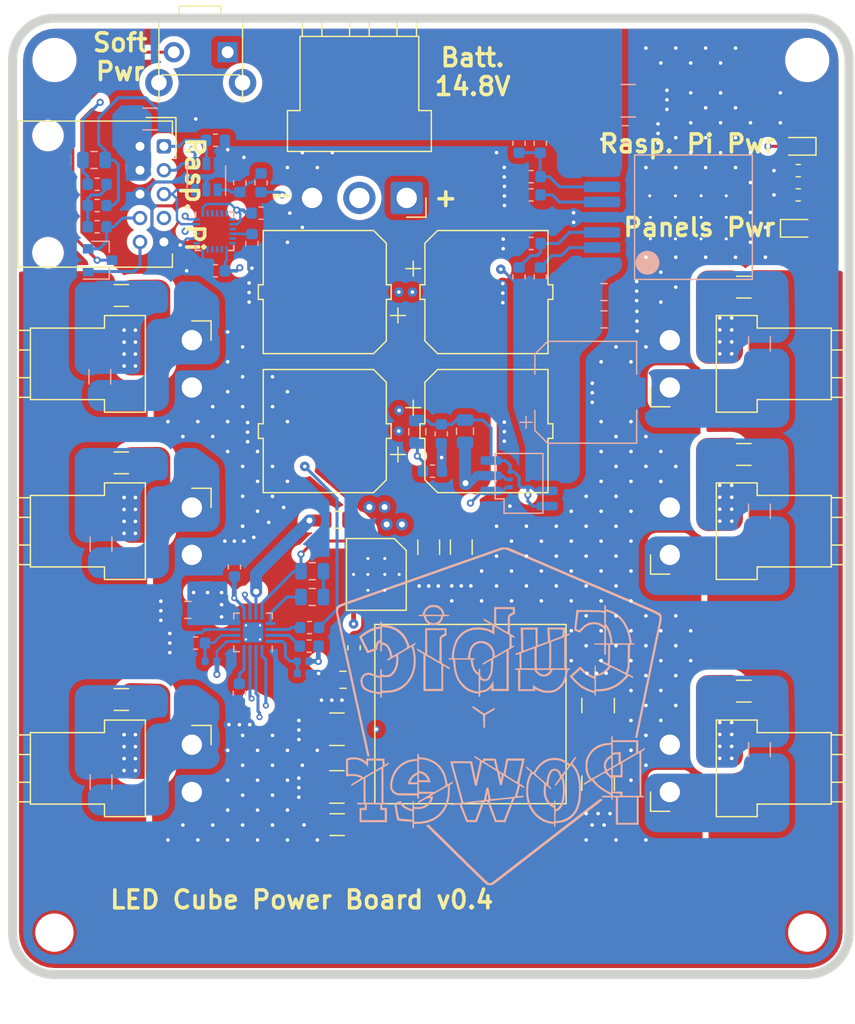
<source format=kicad_pcb>
(kicad_pcb (version 20171130) (host pcbnew "(5.1.0-0)")
  (layers (0 F.Cu signal) (1 In1.Cu signal) (2 In2.Cu signal) (31 B.Cu signal) (34 B.Paste user hide) (35 F.Paste user hide) (36 B.SilkS user) (37 F.SilkS user hide) (38 B.Mask user) (39 F.Mask user hide) (44 Edge.Cuts user))
  (net 0 "")
  (net 1 "/Pi Power/Power_Button")
  (net 2 "Net-(C1-Pad1)")
  (net 3 /Battery_Power)
  (net 4 GND)
  (net 5 /5.2V_switched)
  (net 6 "Net-(C5-Pad1)")
  (net 7 "Net-(C7-Pad1)")
  (net 8 "Net-(C8-Pad2)")
  (net 9 "/Panel Power/Vreg")
  (net 10 "Net-(C15-Pad2)")
  (net 11 "Net-(C15-Pad1)")
  (net 12 "Net-(C16-Pad2)")
  (net 13 /Panel_Power)
  (net 14 "Net-(D1-Pad1)")
  (net 15 "Net-(D2-Pad1)")
  (net 16 /Power_Ctl)
  (net 17 /Power_Sense)
  (net 18 "Net-(F1-Pad1)")
  (net 19 "Net-(F2-Pad1)")
  (net 20 "Net-(F3-Pad1)")
  (net 21 "Net-(F4-Pad1)")
  (net 22 "Net-(F5-Pad1)")
  (net 23 "Net-(F6-Pad1)")
  (net 24 "Net-(J2-Pad1)")
  (net 25 "Net-(J3-Pad1)")
  (net 26 "Net-(J4-Pad1)")
  (net 27 "Net-(J5-Pad1)")
  (net 28 "Net-(J6-Pad1)")
  (net 29 "Net-(J7-Pad1)")
  (net 30 /Panel_Alert)
  (net 31 /+5.2V)
  (net 32 "Net-(R5-Pad1)")
  (net 33 "Net-(R8-Pad2)")
  (net 34 "Net-(R10-Pad1)")
  (net 35 "Net-(R13-Pad1)")
  (net 36 "Net-(R14-Pad2)")
  (net 37 "Net-(R16-Pad2)")
  (net 38 "Net-(R17-Pad2)")
  (net 39 "Net-(R20-Pad2)")
  (net 40 "Net-(J1-Pad2)")
  (net 41 "/Panel Power/Switch_Node")
  (net 42 "/Panel Power/Drive_High_1")
  (net 43 "/Panel Power/Drive_High_2")
  (net 44 "/Panel Power/Drive_Low")
  (net 45 Pi_3.3V)
  (net 46 "Net-(C28-Pad1)")
  (net 47 SCL)
  (net 48 SDA)
  (net 49 "Net-(U4-Pad21)")
  (net 50 "Net-(U4-Pad12)")
  (net 51 "Net-(U4-Pad11)")
  (net 52 "Net-(U4-Pad9)")
  (net 53 "Net-(U4-Pad7)")
  (net 54 Vin_switched)
  (net 55 "Net-(R22-Pad2)")
  (net 56 "/Panel Power/Enable")
  (module "Power_Board:Logo Silkscreen" (layer B.Cu) (at 117.5 93.25 180)
    (fp_text reference G*** hide)
    (fp_text value LOGO hide)
  )
  (module "Power_Board:Logo Solder Mask" (layer B.Cu) (at 117.5 93.25 180)
    (fp_text reference G*** hide)
    (fp_text value LOGO hide)
  )
  (module Power_Board:Coilcraft_XAL1580 (layer F.Cu) (at 115.316 93.218 90)
    (fp_text reference L8 hide)
    (fp_text value 1.3µH)
    (pad 2 smd rect (at -5.395 0 90) (size 2.79 12.83) (layers F.Cu F.Paste F.Mask) (net 13 /Panel_Power))
    (pad 1 smd rect (at 5.395 0 90) (size 2.79 12.83) (layers F.Cu F.Paste F.Mask) (net 41 "/Panel Power/Switch_Node"))
  )
  (module Power_Board:Fuse_1206_3216Metric (layer F.Cu) (at 138.2 91.3)
    (fp_text reference F6 hide)
    (fp_text value Fuse)
    (pad 2 smd roundrect (at 1.4 0) (size 1.25 1.75) (layers F.Cu F.Paste F.Mask) (roundrect_rratio 0.2) (net 13 /Panel_Power))
    (pad 1 smd roundrect (at -1.4 0) (size 1.25 1.75) (layers F.Cu F.Paste F.Mask) (roundrect_rratio 0.2) (net 23 "Net-(F6-Pad1)"))
  )
  (module Power_Board:Fuse_1206_3216Metric (layer F.Cu) (at 138.2 71.5)
    (fp_text reference F5 hide)
    (fp_text value Fuse)
    (pad 2 smd roundrect (at 1.4 0) (size 1.25 1.75) (layers F.Cu F.Paste F.Mask) (roundrect_rratio 0.2) (net 13 /Panel_Power))
    (pad 1 smd roundrect (at -1.4 0) (size 1.25 1.75) (layers F.Cu F.Paste F.Mask) (roundrect_rratio 0.2) (net 22 "Net-(F5-Pad1)"))
  )
  (module Power_Board:Fuse_1206_3216Metric (layer F.Cu) (at 138.2 57.5)
    (fp_text reference F4 hide)
    (fp_text value Fuse)
    (pad 2 smd roundrect (at 1.4 0) (size 1.25 1.75) (layers F.Cu F.Paste F.Mask) (roundrect_rratio 0.2) (net 13 /Panel_Power))
    (pad 1 smd roundrect (at -1.4 0) (size 1.25 1.75) (layers F.Cu F.Paste F.Mask) (roundrect_rratio 0.2) (net 21 "Net-(F4-Pad1)"))
  )
  (module Power_Board:Fuse_1206_3216Metric (layer F.Cu) (at 86.1 92 180)
    (fp_text reference F3 hide)
    (fp_text value Fuse)
    (pad 2 smd roundrect (at 1.4 0 180) (size 1.25 1.75) (layers F.Cu F.Paste F.Mask) (roundrect_rratio 0.2) (net 13 /Panel_Power))
    (pad 1 smd roundrect (at -1.4 0 180) (size 1.25 1.75) (layers F.Cu F.Paste F.Mask) (roundrect_rratio 0.2) (net 20 "Net-(F3-Pad1)"))
  )
  (module Power_Board:Fuse_1206_3216Metric (layer F.Cu) (at 86.1 72.2 180)
    (fp_text reference F2 hide)
    (fp_text value Fuse)
    (pad 2 smd roundrect (at 1.4 0 180) (size 1.25 1.75) (layers F.Cu F.Paste F.Mask) (roundrect_rratio 0.2) (net 13 /Panel_Power))
    (pad 1 smd roundrect (at -1.4 0 180) (size 1.25 1.75) (layers F.Cu F.Paste F.Mask) (roundrect_rratio 0.2) (net 19 "Net-(F2-Pad1)"))
  )
  (module Power_Board:Fuse_1206_3216Metric (layer F.Cu) (at 86.1 58.2 180)
    (fp_text reference F1 hide)
    (fp_text value Fuse)
    (pad 2 smd roundrect (at 1.4 0 180) (size 1.25 1.75) (layers F.Cu F.Paste F.Mask) (roundrect_rratio 0.2) (net 13 /Panel_Power))
    (pad 1 smd roundrect (at -1.4 0 180) (size 1.25 1.75) (layers F.Cu F.Paste F.Mask) (roundrect_rratio 0.2) (net 18 "Net-(F1-Pad1)"))
  )
  (module Inductor_SMD:L_1206_3216Metric (layer B.Cu) (at 88.519 43.434 180)
    (fp_text reference L7 hide)
    (fp_text value 60R)
    (pad 2 smd roundrect (at 1.4 0 180) (size 1.25 1.75) (layers B.Cu B.Paste B.Mask) (roundrect_rratio 0.2) (net 31 /+5.2V))
    (pad 1 smd roundrect (at -1.4 0 180) (size 1.25 1.75) (layers B.Cu B.Paste B.Mask) (roundrect_rratio 0.2) (net 5 /5.2V_switched))
  )
  (module Inductor_SMD:L_1206_3216Metric (layer B.Cu) (at 139.5 96.2 270)
    (fp_text reference L6 hide)
    (fp_text value 60R)
    (pad 2 smd roundrect (at 1.4 0 270) (size 1.25 1.75) (layers B.Cu B.Paste B.Mask) (roundrect_rratio 0.2) (net 29 "Net-(J7-Pad1)"))
    (pad 1 smd roundrect (at -1.4 0 270) (size 1.25 1.75) (layers B.Cu B.Paste B.Mask) (roundrect_rratio 0.2) (net 23 "Net-(F6-Pad1)"))
  )
  (module Inductor_SMD:L_1206_3216Metric (layer B.Cu) (at 139.5 76.25 270)
    (fp_text reference L5 hide)
    (fp_text value 60R)
    (pad 2 smd roundrect (at 1.4 0 270) (size 1.25 1.75) (layers B.Cu B.Paste B.Mask) (roundrect_rratio 0.2) (net 28 "Net-(J6-Pad1)"))
    (pad 1 smd roundrect (at -1.4 0 270) (size 1.25 1.75) (layers B.Cu B.Paste B.Mask) (roundrect_rratio 0.2) (net 22 "Net-(F5-Pad1)"))
  )
  (module Inductor_SMD:L_1206_3216Metric (layer B.Cu) (at 139.5 62.25 270)
    (fp_text reference L4 hide)
    (fp_text value 60R)
    (pad 2 smd roundrect (at 1.4 0 270) (size 1.25 1.75) (layers B.Cu B.Paste B.Mask) (roundrect_rratio 0.2) (net 27 "Net-(J5-Pad1)"))
    (pad 1 smd roundrect (at -1.4 0 270) (size 1.25 1.75) (layers B.Cu B.Paste B.Mask) (roundrect_rratio 0.2) (net 21 "Net-(F4-Pad1)"))
  )
  (module Inductor_SMD:L_1206_3216Metric (layer B.Cu) (at 84.4 98.9 270)
    (fp_text reference L3 hide)
    (fp_text value 60R)
    (pad 2 smd roundrect (at 1.4 0 270) (size 1.25 1.75) (layers B.Cu B.Paste B.Mask) (roundrect_rratio 0.2) (net 26 "Net-(J4-Pad1)"))
    (pad 1 smd roundrect (at -1.4 0 270) (size 1.25 1.75) (layers B.Cu B.Paste B.Mask) (roundrect_rratio 0.2) (net 20 "Net-(F3-Pad1)"))
  )
  (module Inductor_SMD:L_1206_3216Metric (layer B.Cu) (at 84.4 79 270)
    (fp_text reference L2 hide)
    (fp_text value 60R)
    (pad 2 smd roundrect (at 1.4 0 270) (size 1.25 1.75) (layers B.Cu B.Paste B.Mask) (roundrect_rratio 0.2) (net 25 "Net-(J3-Pad1)"))
    (pad 1 smd roundrect (at -1.4 0 270) (size 1.25 1.75) (layers B.Cu B.Paste B.Mask) (roundrect_rratio 0.2) (net 19 "Net-(F2-Pad1)"))
  )
  (module Inductor_SMD:L_1206_3216Metric (layer B.Cu) (at 84.3 65 270)
    (fp_text reference L1 hide)
    (fp_text value 60R)
    (pad 2 smd roundrect (at 1.4 0 270) (size 1.25 1.75) (layers B.Cu B.Paste B.Mask) (roundrect_rratio 0.2) (net 24 "Net-(J2-Pad1)"))
    (pad 1 smd roundrect (at -1.4 0 270) (size 1.25 1.75) (layers B.Cu B.Paste B.Mask) (roundrect_rratio 0.2) (net 18 "Net-(F1-Pad1)"))
  )
  (module Power_Board:Q5D (layer F.Cu) (at 107.442 81.534 270)
    (fp_text reference U3 hide)
    (fp_text value CSD86360Q5D)
    (pad 1 smd roundrect (at -2.795 -1.27 270) (size 0.81 1.68) (layers F.Cu) (roundrect_rratio 0.062) (net 3 /Battery_Power))
    (pad GND smd roundrect (at -0.785 1.41 270) (size 1.31 1.15) (layers F.Cu F.Paste F.Mask) (roundrect_rratio 0.04099999999999999) (net 4 GND))
    (pad GND smd roundrect (at 0.785 1.41 270) (size 1.31 1.15) (layers F.Cu F.Paste F.Mask) (roundrect_rratio 0.04099999999999999) (net 4 GND))
    (pad GND smd roundrect (at 0.785 -1.41 270) (size 1.31 1.15) (layers F.Cu F.Paste F.Mask) (roundrect_rratio 0.04099999999999999) (net 4 GND))
    (pad GND smd roundrect (at -0.785 -1.41 270) (size 1.31 1.11) (layers F.Cu F.Paste F.Mask) (roundrect_rratio 0.04099999999999999) (net 4 GND))
    (pad GND smd roundrect (at -0.785 0 270) (size 1.31 1.15) (layers F.Cu F.Paste F.Mask) (roundrect_rratio 0.04099999999999999) (net 4 GND))
    (pad GND smd roundrect (at 0.785 0 270) (size 1.31 1.15) (layers F.Cu F.Paste F.Mask) (roundrect_rratio 0.04099999999999999) (net 4 GND))
    (pad GND thru_hole circle (at 0 1.91 270) (size 0.4 0.4) (drill 0.254) (layers *.Cu F.Mask) (net 4 GND))
    (pad GND thru_hole circle (at 1.328 0.705 270) (size 0.4 0.4) (drill 0.254) (layers *.Cu F.Mask) (net 4 GND))
    (pad GND thru_hole circle (at 0 0.705 270) (size 0.4 0.4) (drill 0.254) (layers *.Cu F.Mask) (net 4 GND))
    (pad GND thru_hole circle (at -1.328 0.705 270) (size 0.4 0.4) (drill 0.254) (layers *.Cu F.Mask) (net 4 GND))
    (pad GND thru_hole circle (at -1.328 -0.705 270) (size 0.4 0.4) (drill 0.254) (layers *.Cu F.Mask) (net 4 GND))
    (pad GND thru_hole circle (at 1.328 -0.705 270) (size 0.4 0.4) (drill 0.254) (layers *.Cu F.Mask) (net 4 GND))
    (pad GND thru_hole circle (at 0 -1.91 270) (size 0.4 0.4) (drill 0.254) (layers *.Cu F.Mask) (net 4 GND))
    (pad GND thru_hole circle (at 0 -0.705 270) (size 0.4 0.4) (drill 0.254) (layers *.Cu F.Mask) (net 4 GND))
    (pad GND smd roundrect (at 0 0 270) (size 3.156 4.319) (layers F.Cu F.Mask) (roundrect_rratio 0.016) (net 4 GND))
    (pad 8 smd roundrect (at 2.795 -1.905 270) (size 0.81 0.41) (layers F.Cu F.Paste F.Mask) (roundrect_rratio 0.122) (net 41 "/Panel Power/Switch_Node"))
    (pad 7 smd roundrect (at 2.795 -0.635 270) (size 0.81 0.41) (layers F.Cu F.Paste F.Mask) (roundrect_rratio 0.122) (net 41 "/Panel Power/Switch_Node"))
    (pad 6 smd roundrect (at 2.795 0.635 270) (size 0.81 0.41) (layers F.Cu F.Paste F.Mask) (roundrect_rratio 0.122) (net 41 "/Panel Power/Switch_Node"))
    (pad 5 smd roundrect (at 2.795 1.905 270) (size 0.81 0.41) (layers F.Cu F.Paste F.Mask) (roundrect_rratio 0.122) (net 44 "/Panel Power/Drive_Low"))
    (pad 4 smd roundrect (at -2.795 1.905 270) (size 0.81 0.41) (layers F.Cu F.Paste F.Mask) (roundrect_rratio 0.122) (net 11 "Net-(C15-Pad1)"))
    (pad 3 smd roundrect (at -2.795 0.635 270) (size 0.81 0.41) (layers F.Cu F.Paste F.Mask) (roundrect_rratio 0.122) (net 43 "/Panel Power/Drive_High_2"))
    (pad 2 smd roundrect (at -2.795 -0.635 270) (size 0.81 0.41) (layers F.Cu F.Paste F.Mask) (roundrect_rratio 0.122) (net 3 /Battery_Power))
    (pad 1 smd roundrect (at -2.795 -1.905 270) (size 0.81 0.41) (layers F.Cu F.Paste F.Mask) (roundrect_rratio 0.122) (net 3 /Battery_Power))
  )
  (module Power_Board:VQFN-16-1EP_3x3mm_P0.5mm_EP1.68x1.68mm_ThermalVias (layer B.Cu) (at 97.119 86.387 90)
    (fp_text reference U2 hide)
    (fp_text value TPS53819A)
    (pad 16 smd roundrect (at -0.75 1.4625 90) (size 0.25 0.825) (layers B.Cu B.Paste B.Mask) (net 36 "Net-(R14-Pad2)"))
    (pad 15 smd roundrect (at -0.25 1.4625 90) (size 0.25 0.825) (layers B.Cu B.Paste B.Mask) (net 37 "Net-(R16-Pad2)"))
    (pad 14 smd roundrect (at 0.25 1.4625 90) (size 0.25 0.825) (layers B.Cu B.Paste B.Mask) (net 56 "/Panel Power/Enable"))
    (pad 13 smd roundrect (at 0.75 1.4625 90) (size 0.25 0.825) (layers B.Cu B.Paste B.Mask) (net 38 "Net-(R17-Pad2)"))
    (pad 12 smd roundrect (at 1.4625 0.75 90) (size 0.825 0.25) (layers B.Cu B.Paste B.Mask) (net 11 "Net-(C15-Pad1)"))
    (pad 11 smd roundrect (at 1.4625 0.25 90) (size 0.825 0.25) (layers B.Cu B.Paste B.Mask) (net 42 "/Panel Power/Drive_High_1"))
    (pad 10 smd roundrect (at 1.4625 -0.25 90) (size 0.825 0.25) (layers B.Cu B.Paste B.Mask) (net 44 "/Panel Power/Drive_Low"))
    (pad 9 smd roundrect (at 1.4625 -0.75 90) (size 0.825 0.25) (layers B.Cu B.Paste B.Mask) (net 9 "/Panel Power/Vreg"))
    (pad 8 smd roundrect (at 0.75 -1.4625 90) (size 0.25 0.825) (layers B.Cu B.Paste B.Mask) (net 3 /Battery_Power))
    (pad 7 smd roundrect (at 0.25 -1.4625 90) (size 0.25 0.825) (layers B.Cu B.Paste B.Mask) (net 4 GND))
    (pad 6 smd roundrect (at -0.25 -1.4625 90) (size 0.25 0.825) (layers B.Cu B.Paste B.Mask) (net 39 "Net-(R20-Pad2)"))
    (pad 5 smd roundrect (at -0.75 -1.4625 90) (size 0.25 0.825) (layers B.Cu B.Paste B.Mask) (net 13 /Panel_Power))
    (pad 4 smd roundrect (at -1.4625 -0.75 90) (size 0.825 0.25) (layers B.Cu B.Paste B.Mask) (net 35 "Net-(R13-Pad1)") (clearance 0.2))
    (pad 3 smd roundrect (at -1.4625 -0.25 90) (size 0.825 0.25) (layers B.Cu B.Paste B.Mask) (net 30 /Panel_Alert))
    (pad 2 smd roundrect (at -1.4625 0.25 90) (size 0.825 0.25) (layers B.Cu B.Paste B.Mask) (net 48 SDA))
    (pad 1 smd roundrect (at -1.4625 0.75 90) (size 0.825 0.25) (layers B.Cu B.Paste B.Mask) (net 47 SCL) (clearance 0.2))
    (pad 17 smd roundrect (at 0 0 90) (size 1.68 1.68) (layers F.Cu) (roundrect_rratio 0.14881) (net 4 GND))
    (pad 17 thru_hole circle (at 0.59 -0.59 90) (size 0.5 0.5) (drill 0.2) (layers *.Cu) (net 4 GND))
    (pad 17 thru_hole circle (at -0.59 -0.59 90) (size 0.5 0.5) (drill 0.2) (layers *.Cu) (net 4 GND))
    (pad 17 thru_hole circle (at 0.59 0.59 90) (size 0.5 0.5) (drill 0.2) (layers *.Cu) (net 4 GND))
    (pad 17 thru_hole circle (at -0.59 0.59 90) (size 0.5 0.5) (drill 0.2) (layers *.Cu) (net 4 GND))
    (pad 17 smd roundrect (at 0 0 90) (size 1.68 1.68) (layers B.Cu B.Mask) (roundrect_rratio 0.14881) (net 4 GND))
  )
  (module Power_Board:1206-8_or_SO-8 (layer B.Cu) (at 119.38 73.914)
    (fp_text reference Q1 hide)
    (fp_text value SI5504BDC)
    (pad 8 smd roundrect (at 2.34 1.905) (size 1.78 0.72) (layers B.Cu B.Paste B.Mask) (net 2 "Net-(C1-Pad1)"))
    (pad 7 smd roundrect (at 2.34 0.635) (size 1.78 0.72) (layers B.Cu B.Paste B.Mask) (net 2 "Net-(C1-Pad1)"))
    (pad 6 smd roundrect (at 2.34 -0.635) (size 1.78 0.72) (layers B.Cu B.Paste B.Mask) (net 54 Vin_switched))
    (pad 5 smd roundrect (at 2.34 -1.905) (size 1.78 0.72) (layers B.Cu B.Paste B.Mask) (net 54 Vin_switched))
    (pad 4 smd roundrect (at -2.34 -1.905) (size 1.78 0.72) (layers B.Cu B.Paste B.Mask) (net 2 "Net-(C1-Pad1)"))
    (pad 3 smd roundrect (at -2.34 -0.635) (size 1.78 0.72) (layers B.Cu B.Paste B.Mask) (net 3 /Battery_Power))
    (pad 2 smd roundrect (at -2.34 0.635) (size 1.78 0.72) (layers B.Cu B.Paste B.Mask) (net 6 "Net-(C5-Pad1)"))
    (pad 1 smd rect (at -2.34 1.905) (size 1.78 0.72) (layers B.Cu B.Paste B.Mask) (net 4 GND))
    (pad 8 smd roundrect (at 0.74 0.975) (size 0.42 0.35) (layers B.Cu B.Paste B.Mask) (net 2 "Net-(C1-Pad1)"))
    (pad 7 smd roundrect (at 0.74 0.325) (size 0.42 0.35) (layers B.Cu B.Paste B.Mask) (net 2 "Net-(C1-Pad1)"))
    (pad 6 smd roundrect (at 0.74 -0.325) (size 0.42 0.35) (layers B.Cu B.Paste B.Mask) (net 54 Vin_switched))
    (pad 5 smd roundrect (at 0.75 -0.975) (size 0.42 0.35) (layers B.Cu B.Paste B.Mask) (net 54 Vin_switched))
    (pad 4 smd roundrect (at -0.74 -0.975) (size 0.42 0.35) (layers B.Cu B.Paste B.Mask) (net 2 "Net-(C1-Pad1)"))
    (pad 3 smd roundrect (at -0.74 -0.325) (size 0.42 0.35) (layers B.Cu B.Paste B.Mask) (net 3 /Battery_Power))
    (pad 2 smd roundrect (at -0.74 0.325) (size 0.42 0.35) (layers B.Cu B.Paste B.Mask) (net 6 "Net-(C5-Pad1)"))
    (pad 1 smd rect (at -0.74 0.975) (size 0.42 0.35) (layers B.Cu B.Paste B.Mask) (net 4 GND))
  )
  (module Connector_JST:JST_PUD_S10B-PUDSS-1_2x05_P2.00mm_Horizontal (layer F.Cu) (at 89.662 45.72 270)
    (fp_text reference J9 hide)
    (fp_text value "Raspberry Pi")
    (pad "" np_thru_hole circle (at 8.9 9.7 270) (size 1.65 1.65) (drill 1.65) (layers *.Cu *.Mask))
    (pad "" np_thru_hole circle (at -0.9 9.7 270) (size 1.65 1.65) (drill 1.65) (layers *.Cu *.Mask))
    (pad 10 thru_hole circle (at 8 2 270) (size 1.2 1.2) (drill 0.75) (layers *.Cu *.Mask) (net 17 /Power_Sense))
    (pad 8 thru_hole circle (at 6 2 270) (size 1.2 1.2) (drill 0.75) (layers *.Cu *.Mask) (net 16 /Power_Ctl))
    (pad 6 thru_hole circle (at 4 2 270) (size 1.2 1.2) (drill 0.75) (layers *.Cu *.Mask) (net 4 GND))
    (pad 4 thru_hole circle (at 2 2 270) (size 1.2 1.2) (drill 0.75) (layers *.Cu *.Mask) (net 31 /+5.2V))
    (pad 2 thru_hole circle (at 0 2 270) (size 1.2 1.2) (drill 0.75) (layers *.Cu *.Mask) (net 31 /+5.2V))
    (pad 9 thru_hole circle (at 8 0 270) (size 1.2 1.2) (drill 0.75) (layers *.Cu *.Mask) (net 4 GND))
    (pad 7 thru_hole circle (at 6 0 270) (size 1.2 1.2) (drill 0.75) (layers *.Cu *.Mask) (net 30 /Panel_Alert))
    (pad 5 thru_hole circle (at 4 0 270) (size 1.2 1.2) (drill 0.75) (layers *.Cu *.Mask) (net 47 SCL))
    (pad 3 thru_hole circle (at 2 0 270) (size 1.2 1.2) (drill 0.75) (layers *.Cu *.Mask) (net 48 SDA))
    (pad 1 thru_hole roundrect (at 0 0 270) (size 1.2 1.2) (drill 0.75) (layers *.Cu *.Mask) (roundrect_rratio 0.208333) (net 45 Pi_3.3V))
  )
  (module Power_Board:TO-PMOD_7 (layer B.Cu) (at 126.32 55.46 90)
    (fp_text reference U1 hide)
    (fp_text value LMZ14203)
    (pad GND smd roundrect (at 2.9 9.35 90) (size 1.3 1.6) (layers B.Cu B.Paste B.Mask) (roundrect_rratio 0.292) (net 4 GND))
    (pad GND smd roundrect (at 4.75 9.35 90) (size 1.4 1.6) (layers B.Cu B.Paste B.Mask) (roundrect_rratio 0.292) (net 4 GND))
    (pad GND smd roundrect (at 4.75 5.05 90) (size 1.3 1.6) (layers B.Cu B.Paste B.Mask) (roundrect_rratio 0.292) (net 4 GND))
    (pad GND smd roundrect (at 2.85 5.1 90) (size 1.3 1.6) (layers B.Cu B.Paste B.Mask) (roundrect_rratio 0.292) (net 4 GND))
    (pad GND smd roundrect (at 4.7 7.25 90) (size 1.3 1.6) (layers B.Cu B.Paste B.Mask) (roundrect_rratio 0.292) (net 4 GND))
    (pad GND smd roundrect (at 2.9 7.25 90) (size 1.3 1.6) (layers B.Cu B.Paste B.Mask) (roundrect_rratio 0.292) (net 4 GND))
    (pad GND thru_hole circle (at 3.8 4.05 90) (size 0.508 0.508) (drill 0.254) (layers *.Cu) (net 4 GND))
    (pad GND thru_hole circle (at 2 4.05 90) (size 0.508 0.508) (drill 0.254) (layers *.Cu) (net 4 GND))
    (pad GND thru_hole circle (at 5.6 4 90) (size 0.508 0.508) (drill 0.254) (layers *.Cu) (net 4 GND))
    (pad GND thru_hole circle (at 2 8.3 90) (size 0.508 0.508) (drill 0.254) (layers *.Cu) (net 4 GND))
    (pad GND thru_hole circle (at 2 6.15 90) (size 0.508 0.508) (drill 0.254) (layers *.Cu) (net 4 GND))
    (pad GND thru_hole circle (at 5.6 6.15 90) (size 0.508 0.508) (drill 0.254) (layers *.Cu) (net 4 GND))
    (pad GND thru_hole circle (at 5.6 8.3 90) (size 0.508 0.508) (drill 0.254) (layers *.Cu) (net 4 GND))
    (pad GND thru_hole circle (at 3.8 6.15 90) (size 0.508 0.508) (drill 0.254) (layers *.Cu) (net 4 GND))
    (pad GND thru_hole circle (at 3.8 8.3 90) (size 0.508 0.508) (drill 0.254) (layers *.Cu) (net 4 GND))
    (pad GND thru_hole circle (at 5.6 10.4 90) (size 0.508 0.508) (drill 0.254) (layers *.Cu) (net 4 GND))
    (pad GND thru_hole circle (at 3.8 10.4 90) (size 0.508 0.508) (drill 0.254) (layers *.Cu) (net 4 GND))
    (pad GND thru_hole circle (at 2 10.4 90) (size 0.508 0.508) (drill 0.254) (layers *.Cu) (net 4 GND))
    (pad GND smd roundrect (at 3.81 7.305 90) (size 5.35 8.54) (layers B.Cu B.Mask) (roundrect_rratio 0.042) (net 4 GND))
    (pad 7 smd roundrect (at 7.62 0 90) (size 0.89 3.06) (layers B.Cu B.Paste B.Mask) (net 5 /5.2V_switched))
    (pad 6 smd roundrect (at 6.35 0 90) (size 0.89 3.06) (layers B.Cu B.Paste B.Mask) (net 8 "Net-(C8-Pad2)"))
    (pad 5 smd roundrect (at 5.08 0 90) (size 0.89 3.06) (layers B.Cu B.Paste B.Mask) (net 7 "Net-(C7-Pad1)"))
    (pad 4 smd roundrect (at 3.81 0 90) (size 0.89 3.06) (layers B.Cu B.Paste B.Mask) (net 4 GND))
    (pad 3 smd roundrect (at 2.54 0 90) (size 0.89 3.06) (layers B.Cu B.Paste B.Mask) (net 33 "Net-(R8-Pad2)"))
    (pad 2 smd roundrect (at 1.27 0 90) (size 0.89 3.06) (layers B.Cu B.Paste B.Mask) (net 34 "Net-(R10-Pad1)"))
    (pad 1 smd rect (at 0 0 90) (size 0.89 3.06) (layers B.Cu B.Paste B.Mask) (net 54 Vin_switched))
  )
  (module Power_Board:PTS645-Vx-39-2 (layer F.Cu) (at 94.996 37.846 180)
    (fp_text reference SW1 hide)
    (fp_text value SW_Push)
    (pad "" np_thru_hole circle (at 5.75 -2.55 180) (size 2.3 2.3) (drill 1.3) (layers *.Cu *.Mask))
    (pad "" np_thru_hole circle (at -1.25 -2.55 180) (size 2.3 2.3) (drill 1.3) (layers *.Cu *.Mask))
    (pad 2 thru_hole circle (at 4.5 0 180) (size 1.7 1.7) (drill 1) (layers *.Cu *.Mask) (net 1 "/Pi Power/Power_Button"))
    (pad 1 thru_hole rect (at 0 0 180) (size 1.7 1.7) (drill 1) (layers *.Cu *.Mask) (net 4 GND))
  )
  (module Power_Board:CP_OSCON_Poly_F12 (layer F.Cu) (at 116.654 69.542)
    (fp_text reference C22 hide)
    (fp_text value 47µF)
    (pad 2 smd roundrect (at 3.9 0) (size 3.2 1.1) (layers F.Cu F.Paste F.Mask) (roundrect_rratio 0.1) (net 4 GND))
    (pad 1 smd roundrect (at -3.9 0) (size 3.2 1.1) (layers F.Cu F.Paste F.Mask) (roundrect_rratio 0.1) (net 3 /Battery_Power))
  )
  (module Power_Board:CP_OSCON_Poly_F12 (layer F.Cu) (at 116.654 57.912)
    (fp_text reference C21 hide)
    (fp_text value 47µF)
    (pad 2 smd roundrect (at 3.9 0) (size 3.2 1.1) (layers F.Cu F.Paste F.Mask) (roundrect_rratio 0.1) (net 4 GND))
    (pad 1 smd roundrect (at -3.9 0) (size 3.2 1.1) (layers F.Cu F.Paste F.Mask) (roundrect_rratio 0.1) (net 3 /Battery_Power))
  )
  (module Power_Board:CP_OSCON_Poly_F12 (layer F.Cu) (at 103.124 69.542 180)
    (fp_text reference C20 hide)
    (fp_text value 47µF)
    (pad 2 smd roundrect (at 3.9 0 180) (size 3.2 1.1) (layers F.Cu F.Paste F.Mask) (roundrect_rratio 0.1) (net 4 GND))
    (pad 1 smd roundrect (at -3.9 0 180) (size 3.2 1.1) (layers F.Cu F.Paste F.Mask) (roundrect_rratio 0.1) (net 3 /Battery_Power))
  )
  (module Power_Board:CP_OSCON_Poly_F12 (layer F.Cu) (at 103.124 57.912 180)
    (fp_text reference C19 hide)
    (fp_text value 47µF)
    (pad 2 smd roundrect (at 3.9 0 180) (size 3.2 1.1) (layers F.Cu F.Paste F.Mask) (roundrect_rratio 0.1) (net 4 GND))
    (pad 1 smd roundrect (at -3.9 0 180) (size 3.2 1.1) (layers F.Cu F.Paste F.Mask) (roundrect_rratio 0.1) (net 3 /Battery_Power))
  )
  (module Power_Board:JST_VH_B2PS-VH_1x02_P3.96mm_Horizontal (layer F.Cu) (at 132 99.74 90)
    (fp_text reference J7 hide)
    (fp_text value "JST B2PS-VH")
    (pad 2 thru_hole circle (at 3.96 0 90) (size 2.7 2.7) (drill 1.7) (layers *.Cu *.Mask) (net 4 GND))
    (pad 1 thru_hole roundrect (at 0 0 90) (size 2.7 2.7) (drill 1.7) (layers *.Cu *.Mask) (roundrect_rratio 0.09259299999999999) (net 29 "Net-(J7-Pad1)"))
  )
  (module Power_Board:JST_VH_B2PS-VH_1x02_P3.96mm_Horizontal (layer F.Cu) (at 132 79.898 90)
    (fp_text reference J6 hide)
    (fp_text value "JST B2PS-VH")
    (pad 2 thru_hole circle (at 3.96 0 90) (size 2.7 2.7) (drill 1.7) (layers *.Cu *.Mask) (net 4 GND))
    (pad 1 thru_hole roundrect (at 0 0 90) (size 2.7 2.7) (drill 1.7) (layers *.Cu *.Mask) (roundrect_rratio 0.09259299999999999) (net 28 "Net-(J6-Pad1)"))
  )
  (module Power_Board:JST_VH_B2PS-VH_1x02_P3.96mm_Horizontal (layer F.Cu) (at 132 65.898 90)
    (fp_text reference J5 hide)
    (fp_text value "JST B2PS-VH")
    (pad 2 thru_hole circle (at 3.96 0 90) (size 2.7 2.7) (drill 1.7) (layers *.Cu *.Mask) (net 4 GND))
    (pad 1 thru_hole roundrect (at 0 0 90) (size 2.7 2.7) (drill 1.7) (layers *.Cu *.Mask) (roundrect_rratio 0.09259299999999999) (net 27 "Net-(J5-Pad1)"))
  )
  (module Power_Board:JST_VH_B2PS-VH_1x02_P3.96mm_Horizontal (layer F.Cu) (at 92 95.78 270)
    (fp_text reference J4 hide)
    (fp_text value "JST B2PS-VH")
    (pad 2 thru_hole circle (at 3.96 0 270) (size 2.7 2.7) (drill 1.7) (layers *.Cu *.Mask) (net 4 GND))
    (pad 1 thru_hole roundrect (at 0 0 270) (size 2.7 2.7) (drill 1.7) (layers *.Cu *.Mask) (roundrect_rratio 0.09259299999999999) (net 26 "Net-(J4-Pad1)"))
  )
  (module Power_Board:JST_VH_B2PS-VH_1x02_P3.96mm_Horizontal (layer F.Cu) (at 92 75.938 270)
    (fp_text reference J3 hide)
    (fp_text value "JST B2PS-VH")
    (pad 2 thru_hole circle (at 3.96 0 270) (size 2.7 2.7) (drill 1.7) (layers *.Cu *.Mask) (net 4 GND))
    (pad 1 thru_hole roundrect (at 0 0 270) (size 2.7 2.7) (drill 1.7) (layers *.Cu *.Mask) (roundrect_rratio 0.09259299999999999) (net 25 "Net-(J3-Pad1)"))
  )
  (module Power_Board:JST_VH_B2PS-VH_1x02_P3.96mm_Horizontal (layer F.Cu) (at 92 61.938 270)
    (fp_text reference J2 hide)
    (fp_text value "JST B2PS-VH")
    (pad 2 thru_hole circle (at 3.96 0 270) (size 2.7 2.7) (drill 1.7) (layers *.Cu *.Mask) (net 4 GND))
    (pad 1 thru_hole roundrect (at 0 0 270) (size 2.7 2.7) (drill 1.7) (layers *.Cu *.Mask) (roundrect_rratio 0.09259299999999999) (net 24 "Net-(J2-Pad1)"))
  )
  (module Power_Board:JST_VH_B3PS-VH_1x03_P3.96mm_Horizontal (layer F.Cu) (at 109.982 50.038 180)
    (fp_text reference J1 hide)
    (fp_text value "Battery In")
    (pad 3 thru_hole circle (at 7.92 0 180) (size 2.7 2.7) (drill 1.7) (layers *.Cu *.Mask) (net 4 GND))
    (pad 2 thru_hole circle (at 3.96 0 180) (size 2.7 2.7) (drill 1.7) (layers *.Cu *.Mask) (net 40 "Net-(J1-Pad2)"))
    (pad 1 thru_hole roundrect (at 0 0 180) (size 2.7 2.7) (drill 1.7) (layers *.Cu *.Mask) (roundrect_rratio 0.09259299999999999) (net 3 /Battery_Power))
  )
  (module MountingHole:MountingHole_2.7mm_M2.5 (layer F.Cu) (at 143.5 111.5)
    (fp_text reference H4 hide)
    (fp_text value MountingHole)
    (pad 1 np_thru_hole circle (at 0 0) (size 2.7 2.7) (drill 2.7) (layers *.Cu *.Mask))
  )
  (module MountingHole:MountingHole_2.7mm_M2.5 (layer F.Cu) (at 80.5 111.5)
    (fp_text reference H3 hide)
    (fp_text value MountingHole)
    (pad 1 np_thru_hole circle (at 0 0) (size 2.7 2.7) (drill 2.7) (layers *.Cu *.Mask))
  )
  (module MountingHole:MountingHole_2.7mm_M2.5 (layer F.Cu) (at 143.5 38.5)
    (fp_text reference H2 hide)
    (fp_text value MountingHole)
    (pad 1 np_thru_hole circle (at 0 0) (size 2.7 2.7) (drill 2.7) (layers *.Cu *.Mask))
  )
  (module MountingHole:MountingHole_2.7mm_M2.5 (layer F.Cu) (at 80.5 38.5)
    (fp_text reference H1 hide)
    (fp_text value MountingHole)
    (pad 1 np_thru_hole circle (at 0 0) (size 2.7 2.7) (drill 2.7) (layers *.Cu *.Mask))
  )
  (module Capacitor_SMD:C_1206_3216Metric (layer F.Cu) (at 114.55 79.25 270)
    (fp_text reference C31 hide)
    (fp_text value 10µF)
    (pad 2 smd roundrect (at 1.4 0 270) (size 1.25 1.75) (layers F.Cu F.Paste F.Mask) (roundrect_rratio 0.2) (net 4 GND))
    (pad 1 smd roundrect (at -1.4 0 270) (size 1.25 1.75) (layers F.Cu F.Paste F.Mask) (roundrect_rratio 0.2) (net 3 /Battery_Power))
  )
  (module Resistor_SMD:R_0603_1608Metric (layer B.Cu) (at 101.854 85.979)
    (fp_text reference R24 hide)
    (fp_text value 100k)
    (pad 2 smd roundrect (at 0.7875 0) (size 0.875 0.95) (layers B.Cu B.Paste B.Mask) (net 5 /5.2V_switched))
    (pad 1 smd roundrect (at -0.7875 0) (size 0.875 0.95) (layers B.Cu B.Paste B.Mask) (net 56 "/Panel Power/Enable"))
  )
  (module Capacitor_SMD:C_0603_1608Metric (layer B.Cu) (at 93.98 45.212)
    (fp_text reference C30 hide)
    (fp_text value 100nF)
    (pad 2 smd roundrect (at 0.7875 0) (size 0.875 0.95) (layers B.Cu B.Paste B.Mask) (net 4 GND))
    (pad 1 smd roundrect (at -0.7875 0) (size 0.875 0.95) (layers B.Cu B.Paste B.Mask) (net 45 Pi_3.3V))
  )
  (module Package_TO_SOT_SMD:SOT-23-6 (layer B.Cu) (at 93.218 48.26 90)
    (fp_text reference U5 hide)
    (fp_text value ADS1000)
    (pad 5 smd rect (at 1.1 0 90) (size 1.06 0.65) (layers B.Cu B.Paste B.Mask) (net 45 Pi_3.3V))
    (pad 6 smd rect (at 1.1 0.95 90) (size 1.06 0.65) (layers B.Cu B.Paste B.Mask) (net 4 GND))
    (pad 4 smd rect (at 1.1 -0.95 90) (size 1.06 0.65) (layers B.Cu B.Paste B.Mask) (net 48 SDA))
    (pad 3 smd rect (at -1.1 -0.95 90) (size 1.06 0.65) (layers B.Cu B.Paste B.Mask) (net 47 SCL))
    (pad 2 smd rect (at -1.1 0 90) (size 1.06 0.65) (layers B.Cu B.Paste B.Mask) (net 4 GND))
    (pad 1 smd rect (at -1.1 0.95 90) (size 1.06 0.65) (layers B.Cu B.Paste B.Mask) (net 55 "Net-(R22-Pad2)"))
  )
  (module Resistor_SMD:R_0603_1608Metric (layer B.Cu) (at 96.012 48.768 90)
    (fp_text reference R23 hide)
    (fp_text value "17.8K 1%")
    (pad 2 smd roundrect (at 0.7875 0 90) (size 0.875 0.95) (layers B.Cu B.Paste B.Mask) (net 4 GND))
    (pad 1 smd roundrect (at -0.7875 0 90) (size 0.875 0.95) (layers B.Cu B.Paste B.Mask) (net 55 "Net-(R22-Pad2)"))
  )
  (module Resistor_SMD:R_0603_1608Metric (layer B.Cu) (at 97.79 48.768 90)
    (fp_text reference R22 hide)
    (fp_text value "100K 1%")
    (pad 2 smd roundrect (at 0.7875 0 90) (size 0.875 0.95) (layers B.Cu B.Paste B.Mask) (net 55 "Net-(R22-Pad2)"))
    (pad 1 smd roundrect (at -0.7875 0 90) (size 0.875 0.95) (layers B.Cu B.Paste B.Mask) (net 54 Vin_switched))
  )
  (module Sensor_Motion:InvenSense_QFN-24_3x3mm_P0.4mm (layer B.Cu) (at 93.91 52.832 270)
    (fp_text reference U4 hide)
    (fp_text value MPU-9250)
    (pad 24 smd roundrect (at -1 1.5 180) (size 0.55 0.2) (layers B.Cu B.Paste B.Mask) (net 48 SDA))
    (pad 23 smd roundrect (at -0.6 1.5 180) (size 0.55 0.2) (layers B.Cu B.Paste B.Mask) (net 47 SCL))
    (pad 22 smd roundrect (at -0.2 1.5 180) (size 0.55 0.2) (layers B.Cu B.Paste B.Mask) (net 45 Pi_3.3V))
    (pad 21 smd roundrect (at 0.2 1.5 180) (size 0.55 0.2) (layers B.Cu B.Paste B.Mask) (net 49 "Net-(U4-Pad21)"))
    (pad 20 smd roundrect (at 0.6 1.5 180) (size 0.55 0.2) (layers B.Cu B.Paste B.Mask) (net 4 GND))
    (pad 19 smd roundrect (at 1 1.5 180) (size 0.55 0.2) (layers B.Cu B.Paste B.Mask))
    (pad 18 smd roundrect (at 1.5 1 270) (size 0.55 0.2) (layers B.Cu B.Paste B.Mask) (net 4 GND))
    (pad 17 smd roundrect (at 1.5 0.6 270) (size 0.55 0.2) (layers B.Cu B.Paste B.Mask))
    (pad 16 smd roundrect (at 1.5 0.2 270) (size 0.55 0.2) (layers B.Cu B.Paste B.Mask))
    (pad 15 smd roundrect (at 1.5 -0.2 270) (size 0.55 0.2) (layers B.Cu B.Paste B.Mask))
    (pad 14 smd roundrect (at 1.5 -0.6 270) (size 0.55 0.2) (layers B.Cu B.Paste B.Mask))
    (pad 13 smd roundrect (at 1.5 -1 270) (size 0.55 0.2) (layers B.Cu B.Paste B.Mask) (net 45 Pi_3.3V))
    (pad 12 smd roundrect (at 1 -1.5 180) (size 0.55 0.2) (layers B.Cu B.Paste B.Mask) (net 50 "Net-(U4-Pad12)"))
    (pad 11 smd roundrect (at 0.6 -1.5 180) (size 0.55 0.2) (layers B.Cu B.Paste B.Mask) (net 51 "Net-(U4-Pad11)"))
    (pad 10 smd roundrect (at 0.2 -1.5 180) (size 0.55 0.2) (layers B.Cu B.Paste B.Mask) (net 46 "Net-(C28-Pad1)"))
    (pad 9 smd roundrect (at -0.2 -1.5 180) (size 0.55 0.2) (layers B.Cu B.Paste B.Mask) (net 52 "Net-(U4-Pad9)"))
    (pad 8 smd roundrect (at -0.6 -1.5 180) (size 0.55 0.2) (layers B.Cu B.Paste B.Mask) (net 45 Pi_3.3V))
    (pad 7 smd roundrect (at -1 -1.5 180) (size 0.55 0.2) (layers B.Cu B.Paste B.Mask) (net 53 "Net-(U4-Pad7)"))
    (pad 6 smd roundrect (at -1.5 -1 270) (size 0.55 0.2) (layers B.Cu B.Paste B.Mask))
    (pad 5 smd roundrect (at -1.5 -0.6 270) (size 0.55 0.2) (layers B.Cu B.Paste B.Mask))
    (pad 4 smd roundrect (at -1.5 -0.2 270) (size 0.55 0.2) (layers B.Cu B.Paste B.Mask))
    (pad 3 smd roundrect (at -1.5 0.2 270) (size 0.55 0.2) (layers B.Cu B.Paste B.Mask))
    (pad 2 smd roundrect (at -1.5 0.6 270) (size 0.55 0.2) (layers B.Cu B.Paste B.Mask))
    (pad 1 smd roundrect (at -1.5 1 270) (size 0.55 0.2) (layers B.Cu B.Paste B.Mask) (net 45 Pi_3.3V))
  )
  (module Capacitor_SMD:C_0603_1608Metric (layer B.Cu) (at 97.79 51.308)
    (fp_text reference C29 hide)
    (fp_text value 10nF)
    (pad 2 smd roundrect (at 0.7875 0) (size 0.875 0.95) (layers B.Cu B.Paste B.Mask) (net 4 GND))
    (pad 1 smd roundrect (at -0.7875 0) (size 0.875 0.95) (layers B.Cu B.Paste B.Mask) (net 45 Pi_3.3V))
  )
  (module Capacitor_SMD:C_0603_1608Metric (layer B.Cu) (at 97.028 53.848 270)
    (fp_text reference C28 hide)
    (fp_text value 100nF)
    (pad 2 smd roundrect (at 0.7875 0 270) (size 0.875 0.95) (layers B.Cu B.Paste B.Mask) (net 4 GND))
    (pad 1 smd roundrect (at -0.7875 0 270) (size 0.875 0.95) (layers B.Cu B.Paste B.Mask) (net 46 "Net-(C28-Pad1)"))
  )
  (module Capacitor_SMD:C_0603_1608Metric (layer B.Cu) (at 93.98 56.134 180)
    (fp_text reference C27 hide)
    (fp_text value 100nF)
    (pad 2 smd roundrect (at 0.7875 0 180) (size 0.875 0.95) (layers B.Cu B.Paste B.Mask) (net 4 GND))
    (pad 1 smd roundrect (at -0.7875 0 180) (size 0.875 0.95) (layers B.Cu B.Paste B.Mask) (net 45 Pi_3.3V))
  )
  (module Resistor_SMD:R_0603_1608Metric (layer B.Cu) (at 92.317 87.277 180)
    (fp_text reference R21 hide)
    (fp_text value 1.78K)
    (pad 2 smd roundrect (at 0.7875 0 180) (size 0.875 0.95) (layers B.Cu B.Paste B.Mask) (net 4 GND))
    (pad 1 smd roundrect (at -0.7875 0 180) (size 0.875 0.95) (layers B.Cu B.Paste B.Mask) (net 39 "Net-(R20-Pad2)"))
  )
  (module Resistor_SMD:R_0603_1608Metric (layer B.Cu) (at 95.977 91.468 270)
    (fp_text reference R13 hide)
    (fp_text value 38.3K)
    (pad 2 smd roundrect (at 0.7875 0 270) (size 0.875 0.95) (layers B.Cu B.Paste B.Mask) (net 4 GND))
    (pad 1 smd roundrect (at -0.7875 0 270) (size 0.875 0.95) (layers B.Cu B.Paste B.Mask) (net 35 "Net-(R13-Pad1)"))
  )
  (module Capacitor_SMD:C_1210_3225Metric (layer F.Cu) (at 126 92.5 90)
    (fp_text reference C26 hide)
    (fp_text value 47µF)
    (pad 2 smd roundrect (at 1.4 0 90) (size 1.25 2.65) (layers F.Cu F.Paste F.Mask) (roundrect_rratio 0.2) (net 4 GND))
    (pad 1 smd roundrect (at -1.4 0 90) (size 1.25 2.65) (layers F.Cu F.Paste F.Mask) (roundrect_rratio 0.2) (net 13 /Panel_Power))
  )
  (module Capacitor_SMD:C_1210_3225Metric (layer F.Cu) (at 126 99 270)
    (fp_text reference C25 hide)
    (fp_text value 47µF)
    (pad 2 smd roundrect (at 1.4 0 270) (size 1.25 2.65) (layers F.Cu F.Paste F.Mask) (roundrect_rratio 0.2) (net 4 GND))
    (pad 1 smd roundrect (at -1.4 0 270) (size 1.25 2.65) (layers F.Cu F.Paste F.Mask) (roundrect_rratio 0.2) (net 13 /Panel_Power))
  )
  (module Capacitor_SMD:C_1210_3225Metric (layer F.Cu) (at 104.14 94.488 180)
    (fp_text reference C24 hide)
    (fp_text value 47µF)
    (pad 2 smd roundrect (at 1.4 0 180) (size 1.25 2.65) (layers F.Cu F.Paste F.Mask) (roundrect_rratio 0.2) (net 4 GND))
    (pad 1 smd roundrect (at -1.4 0 180) (size 1.25 2.65) (layers F.Cu F.Paste F.Mask) (roundrect_rratio 0.2) (net 13 /Panel_Power))
  )
  (module Capacitor_SMD:C_1210_3225Metric (layer F.Cu) (at 104.134 99.314 180)
    (fp_text reference C23 hide)
    (fp_text value 47µF)
    (pad 2 smd roundrect (at 1.4 0 180) (size 1.25 2.65) (layers F.Cu F.Paste F.Mask) (roundrect_rratio 0.2) (net 4 GND))
    (pad 1 smd roundrect (at -1.4 0 180) (size 1.25 2.65) (layers F.Cu F.Paste F.Mask) (roundrect_rratio 0.2) (net 13 /Panel_Power))
  )
  (module Capacitor_SMD:C_1206_3216Metric (layer F.Cu) (at 104.159 102.467 180)
    (fp_text reference C17 hide)
    (fp_text value 10µF)
    (pad 2 smd roundrect (at 1.4 0 180) (size 1.25 1.75) (layers F.Cu F.Paste F.Mask) (roundrect_rratio 0.2) (net 4 GND))
    (pad 1 smd roundrect (at -1.4 0 180) (size 1.25 1.75) (layers F.Cu F.Paste F.Mask) (roundrect_rratio 0.2) (net 13 /Panel_Power))
  )
  (module Capacitor_SMD:C_0603_1608Metric (layer B.Cu) (at 95.563 80.914 90)
    (fp_text reference C14 hide)
    (fp_text value 1µF)
    (pad 2 smd roundrect (at 0.7875 0 90) (size 0.875 0.95) (layers B.Cu B.Paste B.Mask) (net 4 GND))
    (pad 1 smd roundrect (at -0.7875 0 90) (size 0.875 0.95) (layers B.Cu B.Paste B.Mask) (net 9 "/Panel Power/Vreg"))
  )
  (module Capacitor_SMD:C_1206_3216Metric (layer F.Cu) (at 111.824 79.259 270)
    (fp_text reference C13 hide)
    (fp_text value 10µF)
    (pad 2 smd roundrect (at 1.4 0 270) (size 1.25 1.75) (layers F.Cu F.Paste F.Mask) (roundrect_rratio 0.2) (net 4 GND))
    (pad 1 smd roundrect (at -1.4 0 270) (size 1.25 1.75) (layers F.Cu F.Paste F.Mask) (roundrect_rratio 0.2) (net 3 /Battery_Power))
  )
  (module Resistor_SMD:R_0402_1005Metric (layer B.Cu) (at 93.6 88.8 180)
    (fp_text reference R20 hide)
    (fp_text value 10K)
    (pad 2 smd roundrect (at 0.485 0 180) (size 0.59 0.64) (layers B.Cu B.Paste B.Mask) (net 39 "Net-(R20-Pad2)"))
    (pad 1 smd roundrect (at -0.485 0 180) (size 0.59 0.64) (layers B.Cu B.Paste B.Mask) (net 13 /Panel_Power))
  )
  (module Resistor_SMD:R_0805_2012Metric (layer F.Cu) (at 104.65 90.35 180)
    (fp_text reference R19 hide)
    (fp_text value 1)
    (pad 2 smd roundrect (at 0.9375 0 180) (size 0.975 1.4) (layers F.Cu F.Paste F.Mask) (net 4 GND))
    (pad 1 smd roundrect (at -0.9375 0 180) (size 0.975 1.4) (layers F.Cu F.Paste F.Mask) (net 12 "Net-(C16-Pad2)"))
  )
  (module Resistor_SMD:R_0805_2012Metric (layer F.Cu) (at 104.14 76.962 180)
    (fp_text reference R18 hide)
    (fp_text value 4.7)
    (pad 2 smd roundrect (at 0.9375 0 180) (size 0.975 1.4) (layers F.Cu F.Paste F.Mask) (net 42 "/Panel Power/Drive_High_1"))
    (pad 1 smd roundrect (at -0.9375 0 180) (size 0.975 1.4) (layers F.Cu F.Paste F.Mask) (net 43 "/Panel Power/Drive_High_2"))
  )
  (module Resistor_SMD:R_0805_2012Metric (layer B.Cu) (at 102.073 83.424 180)
    (fp_text reference R17 hide)
    (fp_text value 1)
    (pad 2 smd roundrect (at 0.9375 0 180) (size 0.975 1.4) (layers B.Cu B.Paste B.Mask) (net 38 "Net-(R17-Pad2)"))
    (pad 1 smd roundrect (at -0.9375 0 180) (size 0.975 1.4) (layers B.Cu B.Paste B.Mask) (net 10 "Net-(C15-Pad2)"))
  )
  (module Resistor_SMD:R_0603_1608Metric (layer B.Cu) (at 101.819 87.531 180)
    (fp_text reference R16 hide)
    (fp_text value 100K)
    (pad 2 smd roundrect (at 0.7875 0 180) (size 0.875 0.95) (layers B.Cu B.Paste B.Mask) (net 37 "Net-(R16-Pad2)"))
    (pad 1 smd roundrect (at -0.7875 0 180) (size 0.875 0.95) (layers B.Cu B.Paste B.Mask) (net 9 "/Panel Power/Vreg"))
  )
  (module Resistor_SMD:R_0402_1005Metric (layer B.Cu) (at 101.311 89.817)
    (fp_text reference R15 hide)
    (fp_text value 976)
    (pad 2 smd roundrect (at 0.485 0) (size 0.59 0.64) (layers B.Cu B.Paste B.Mask) (net 4 GND))
    (pad 1 smd roundrect (at -0.485 0) (size 0.59 0.64) (layers B.Cu B.Paste B.Mask) (net 36 "Net-(R14-Pad2)"))
  )
  (module Resistor_SMD:R_0402_1005Metric (layer B.Cu) (at 101.311 88.801 180)
    (fp_text reference R14 hide)
    (fp_text value 294K)
    (pad 2 smd roundrect (at 0.485 0 180) (size 0.59 0.64) (layers B.Cu B.Paste B.Mask) (net 36 "Net-(R14-Pad2)"))
    (pad 1 smd roundrect (at -0.485 0 180) (size 0.59 0.64) (layers B.Cu B.Paste B.Mask) (net 9 "/Panel Power/Vreg"))
  )
  (module Resistor_SMD:R_0603_1608Metric (layer B.Cu) (at 120.396 48.26 180)
    (fp_text reference R12 hide)
    (fp_text value "1.07K 1%")
    (pad 2 smd roundrect (at 0.7875 0 180) (size 0.875 0.95) (layers B.Cu B.Paste B.Mask) (net 4 GND))
    (pad 1 smd roundrect (at -0.7875 0 180) (size 0.875 0.95) (layers B.Cu B.Paste B.Mask) (net 8 "Net-(C8-Pad2)"))
  )
  (module Resistor_SMD:R_0603_1608Metric (layer B.Cu) (at 119.38 45.466 270)
    (fp_text reference R11 hide)
    (fp_text value "5.90K 1%")
    (pad 2 smd roundrect (at 0.7875 0 270) (size 0.875 0.95) (layers B.Cu B.Paste B.Mask) (net 8 "Net-(C8-Pad2)"))
    (pad 1 smd roundrect (at -0.7875 0 270) (size 0.875 0.95) (layers B.Cu B.Paste B.Mask) (net 5 /5.2V_switched))
  )
  (module Resistor_SMD:R_0603_1608Metric (layer B.Cu) (at 121.158 56.642 270)
    (fp_text reference R10 hide)
    (fp_text value 120K)
    (pad 2 smd roundrect (at 0.7875 0 270) (size 0.875 0.95) (layers B.Cu B.Paste B.Mask) (net 54 Vin_switched))
    (pad 1 smd roundrect (at -0.7875 0 270) (size 0.875 0.95) (layers B.Cu B.Paste B.Mask) (net 34 "Net-(R10-Pad1)"))
  )
  (module Resistor_SMD:R_0603_1608Metric (layer B.Cu) (at 120.396 53.848 180)
    (fp_text reference R9 hide)
    (fp_text value 6.8K)
    (pad 2 smd roundrect (at 0.7875 0 180) (size 0.875 0.95) (layers B.Cu B.Paste B.Mask) (net 4 GND))
    (pad 1 smd roundrect (at -0.7875 0 180) (size 0.875 0.95) (layers B.Cu B.Paste B.Mask) (net 33 "Net-(R8-Pad2)"))
  )
  (module Resistor_SMD:R_0603_1608Metric (layer B.Cu) (at 119.38 56.642 90)
    (fp_text reference R8 hide)
    (fp_text value 68K)
    (pad 2 smd roundrect (at 0.7875 0 90) (size 0.875 0.95) (layers B.Cu B.Paste B.Mask) (net 33 "Net-(R8-Pad2)"))
    (pad 1 smd roundrect (at -0.7875 0 90) (size 0.875 0.95) (layers B.Cu B.Paste B.Mask) (net 54 Vin_switched))
  )
  (module Resistor_SMD:R_0603_1608Metric (layer B.Cu) (at 84.074 50.673)
    (fp_text reference R7 hide)
    (fp_text value 100K)
    (pad 2 smd roundrect (at 0.7875 0) (size 0.875 0.95) (layers B.Cu B.Paste B.Mask) (net 5 /5.2V_switched))
    (pad 1 smd roundrect (at -0.7875 0) (size 0.875 0.95) (layers B.Cu B.Paste B.Mask) (net 32 "Net-(R5-Pad1)"))
  )
  (module Resistor_SMD:R_0603_1608Metric (layer B.Cu) (at 84.074 52.451)
    (fp_text reference R6 hide)
    (fp_text value 1K)
    (pad 2 smd roundrect (at 0.7875 0) (size 0.875 0.95) (layers B.Cu B.Paste B.Mask) (net 16 /Power_Ctl))
    (pad 1 smd roundrect (at -0.7875 0) (size 0.875 0.95) (layers B.Cu B.Paste B.Mask) (net 32 "Net-(R5-Pad1)"))
  )
  (module Resistor_SMD:R_0603_1608Metric (layer B.Cu) (at 84.074 48.895 180)
    (fp_text reference R5 hide)
    (fp_text value 330K)
    (pad 2 smd roundrect (at 0.7875 0 180) (size 0.875 0.95) (layers B.Cu B.Paste B.Mask) (net 6 "Net-(C5-Pad1)"))
    (pad 1 smd roundrect (at -0.7875 0 180) (size 0.875 0.95) (layers B.Cu B.Paste B.Mask) (net 32 "Net-(R5-Pad1)"))
  )
  (module Resistor_SMD:R_0603_1608Metric (layer B.Cu) (at 112.875 69.7685 90)
    (fp_text reference R4 hide)
    (fp_text value 100K)
    (pad 2 smd roundrect (at 0.7875 0 90) (size 0.875 0.95) (layers B.Cu B.Paste B.Mask) (net 2 "Net-(C1-Pad1)"))
    (pad 1 smd roundrect (at -0.7875 0 90) (size 0.875 0.95) (layers B.Cu B.Paste B.Mask) (net 3 /Battery_Power))
  )
  (module Resistor_SMD:R_0603_1608Metric (layer B.Cu) (at 112.141 72.898 180)
    (fp_text reference R3 hide)
    (fp_text value 10K)
    (pad 2 smd roundrect (at 0.7875 0 180) (size 0.875 0.95) (layers B.Cu B.Paste B.Mask) (net 1 "/Pi Power/Power_Button"))
    (pad 1 smd roundrect (at -0.7875 0 180) (size 0.875 0.95) (layers B.Cu B.Paste B.Mask) (net 3 /Battery_Power))
  )
  (module Resistor_SMD:R_0603_1608Metric_Pad1.05x0.95mm_HandSolder (layer F.Cu) (at 142.748 49.784 180)
    (fp_text reference R2 hide)
    (fp_text value 680)
    (pad 2 smd roundrect (at 0.875 0 180) (size 1.05 0.95) (layers F.Cu F.Paste F.Mask) (net 4 GND))
    (pad 1 smd roundrect (at -0.875 0 180) (size 1.05 0.95) (layers F.Cu F.Paste F.Mask) (net 15 "Net-(D2-Pad1)"))
  )
  (module Resistor_SMD:R_0603_1608Metric_Pad1.05x0.95mm_HandSolder (layer F.Cu) (at 142.748 47.752 180)
    (fp_text reference R1 hide)
    (fp_text value 680)
    (pad 2 smd roundrect (at 0.875 0 180) (size 1.05 0.95) (layers F.Cu F.Paste F.Mask) (net 4 GND))
    (pad 1 smd roundrect (at -0.875 0 180) (size 1.05 0.95) (layers F.Cu F.Paste F.Mask) (net 14 "Net-(D1-Pad1)"))
  )
  (module Package_TO_SOT_SMD:SOT-23 (layer B.Cu) (at 84.328 55.245)
    (fp_text reference D3 hide)
    (fp_text value BAT54C)
    (pad 3 smd rect (at 1 0) (size 0.9 0.8) (layers B.Cu B.Paste B.Mask) (net 1 "/Pi Power/Power_Button"))
    (pad 2 smd rect (at -1 -0.95) (size 0.9 0.8) (layers B.Cu B.Paste B.Mask) (net 16 /Power_Ctl))
    (pad 1 smd rect (at -1 0.95) (size 0.9 0.8) (layers B.Cu B.Paste B.Mask) (net 17 /Power_Sense))
  )
  (module LED_SMD:LED_0603_1608Metric (layer F.Cu) (at 142.748 52.578)
    (fp_text reference D2 hide)
    (fp_text value "LED, blue")
    (pad 2 smd roundrect (at 0.7875 0) (size 0.875 0.95) (layers F.Cu F.Paste F.Mask) (net 13 /Panel_Power))
    (pad 1 smd roundrect (at -0.7875 0) (size 0.875 0.95) (layers F.Cu F.Paste F.Mask) (net 15 "Net-(D2-Pad1)"))
  )
  (module LED_SMD:LED_0603_1608Metric (layer F.Cu) (at 142.748 45.72 180)
    (fp_text reference D1 hide)
    (fp_text value "LED, green")
    (pad 2 smd roundrect (at 0.7875 0 180) (size 0.875 0.95) (layers F.Cu F.Paste F.Mask) (net 5 /5.2V_switched))
    (pad 1 smd roundrect (at -0.7875 0 180) (size 0.875 0.95) (layers F.Cu F.Paste F.Mask) (net 14 "Net-(D1-Pad1)"))
  )
  (module Capacitor_SMD:C_0603_1608Metric (layer F.Cu) (at 105.575 87.675 270)
    (fp_text reference C16 hide)
    (fp_text value 1nF)
    (pad 2 smd roundrect (at 0.7875 0 270) (size 0.875 0.95) (layers F.Cu F.Paste F.Mask) (net 12 "Net-(C16-Pad2)"))
    (pad 1 smd roundrect (at -0.7875 0 270) (size 0.875 0.95) (layers F.Cu F.Paste F.Mask) (net 41 "/Panel Power/Switch_Node"))
  )
  (module Capacitor_SMD:C_0805_2012Metric (layer B.Cu) (at 102.073 81.265)
    (fp_text reference C15 hide)
    (fp_text value 100nF)
    (pad 2 smd roundrect (at 0.9375 0) (size 0.975 1.4) (layers B.Cu B.Paste B.Mask) (net 10 "Net-(C15-Pad2)"))
    (pad 1 smd roundrect (at -0.9375 0) (size 0.975 1.4) (layers B.Cu B.Paste B.Mask) (net 11 "Net-(C15-Pad1)"))
  )
  (module Capacitor_SMD:C_0805_2012Metric (layer B.Cu) (at 91.671 84.5 180)
    (fp_text reference C11 hide)
    (fp_text value 1µF)
    (pad 2 smd roundrect (at 0.9375 0 180) (size 0.975 1.4) (layers B.Cu B.Paste B.Mask) (net 4 GND))
    (pad 1 smd roundrect (at -0.9375 0 180) (size 0.975 1.4) (layers B.Cu B.Paste B.Mask) (net 3 /Battery_Power))
  )
  (module Capacitor_SMD:C_1210_3225Metric (layer B.Cu) (at 128.524 41.91)
    (fp_text reference C10 hide)
    (fp_text value 100µF)
    (pad 2 smd roundrect (at 1.4 0) (size 1.25 2.65) (layers B.Cu B.Paste B.Mask) (roundrect_rratio 0.2) (net 4 GND))
    (pad 1 smd roundrect (at -1.4 0) (size 1.25 2.65) (layers B.Cu B.Paste B.Mask) (roundrect_rratio 0.2) (net 5 /5.2V_switched))
  )
  (module Capacitor_SMD:C_0805_2012Metric (layer B.Cu) (at 128.27 44.704)
    (fp_text reference C9 hide)
    (fp_text value 1µF)
    (pad 2 smd roundrect (at 0.9375 0) (size 0.975 1.4) (layers B.Cu B.Paste B.Mask) (net 4 GND))
    (pad 1 smd roundrect (at -0.9375 0) (size 0.975 1.4) (layers B.Cu B.Paste B.Mask) (net 5 /5.2V_switched))
  )
  (module Capacitor_SMD:C_0603_1608Metric (layer B.Cu) (at 121.158 45.466 270)
    (fp_text reference C8 hide)
    (fp_text value 22nF)
    (pad 2 smd roundrect (at 0.7875 0 270) (size 0.875 0.95) (layers B.Cu B.Paste B.Mask) (net 8 "Net-(C8-Pad2)"))
    (pad 1 smd roundrect (at -0.7875 0 270) (size 0.875 0.95) (layers B.Cu B.Paste B.Mask) (net 5 /5.2V_switched))
  )
  (module Capacitor_SMD:C_0603_1608Metric (layer B.Cu) (at 120.396 49.784 180)
    (fp_text reference C7 hide)
    (fp_text value 10nF)
    (pad 2 smd roundrect (at 0.7875 0 180) (size 0.875 0.95) (layers B.Cu B.Paste B.Mask) (net 4 GND))
    (pad 1 smd roundrect (at -0.7875 0 180) (size 0.875 0.95) (layers B.Cu B.Paste B.Mask) (net 7 "Net-(C7-Pad1)"))
  )
  (module Capacitor_SMD:C_0805_2012Metric (layer B.Cu) (at 126.492 60.198)
    (fp_text reference C6 hide)
    (fp_text value 1µF)
    (pad 2 smd roundrect (at 0.9375 0) (size 0.975 1.4) (layers B.Cu B.Paste B.Mask) (net 4 GND))
    (pad 1 smd roundrect (at -0.9375 0) (size 0.975 1.4) (layers B.Cu B.Paste B.Mask) (net 54 Vin_switched))
  )
  (module Capacitor_SMD:C_0805_2012Metric (layer B.Cu) (at 83.82 46.863)
    (fp_text reference C5 hide)
    (fp_text value 10µF)
    (pad 2 smd roundrect (at 0.9375 0) (size 0.975 1.4) (layers B.Cu B.Paste B.Mask) (net 5 /5.2V_switched))
    (pad 1 smd roundrect (at -0.9375 0) (size 0.975 1.4) (layers B.Cu B.Paste B.Mask) (net 6 "Net-(C5-Pad1)"))
  )
  (module Capacitor_SMD:C_0805_2012Metric (layer B.Cu) (at 126.492 57.912)
    (fp_text reference C4 hide)
    (fp_text value 10µF)
    (pad 2 smd roundrect (at 0.9375 0) (size 0.975 1.4) (layers B.Cu B.Paste B.Mask) (net 4 GND))
    (pad 1 smd roundrect (at -0.9375 0) (size 0.975 1.4) (layers B.Cu B.Paste B.Mask) (net 54 Vin_switched))
  )
  (module Capacitor_SMD:CP_Elec_8x10 (layer B.Cu) (at 124.968 66.294)
    (fp_text reference C3 hide)
    (fp_text value 100µF)
    (pad 2 smd roundrect (at 3.25 0) (size 3.5 2.5) (layers B.Cu B.Paste B.Mask) (roundrect_rratio 0.1) (net 4 GND))
    (pad 1 smd roundrect (at -3.25 0) (size 3.5 2.5) (layers B.Cu B.Paste B.Mask) (roundrect_rratio 0.1) (net 54 Vin_switched))
  )
  (module Capacitor_SMD:C_0805_2012Metric (layer B.Cu) (at 114.863 69.556 90)
    (fp_text reference C2 hide)
    (fp_text value 100nF)
    (pad 2 smd roundrect (at 0.9375 0 90) (size 0.975 1.4) (layers B.Cu B.Paste B.Mask) (net 2 "Net-(C1-Pad1)"))
    (pad 1 smd roundrect (at -0.9375 0 90) (size 0.975 1.4) (layers B.Cu B.Paste B.Mask) (net 3 /Battery_Power))
  )
  (module Capacitor_SMD:C_0805_2012Metric (layer B.Cu) (at 110.871 69.596 270)
    (fp_text reference C1 hide)
    (fp_text value 1µF)
    (pad 2 smd roundrect (at 0.9375 0 270) (size 0.975 1.4) (layers B.Cu B.Paste B.Mask) (net 1 "/Pi Power/Power_Button"))
    (pad 1 smd roundrect (at -0.9375 0 270) (size 0.975 1.4) (layers B.Cu B.Paste B.Mask) (net 2 "Net-(C1-Pad1)"))
  )
  (gr_text "LED Cube Power Board v0.4" (at 85 108.75) (layer F.SilkS) (effects (font (size 1.5 1.5) (thickness 0.3)) (justify left)))
  (gr_text "Panels Pwr" (at 141 52.5) (layer F.SilkS) (effects (font (size 1.5 1.5) (thickness 0.3)) (justify right)))
  (gr_text "Rasp. Pi Pwr" (at 141 45.5) (layer F.SilkS) (effects (font (size 1.5 1.5) (thickness 0.3)) (justify right)))
  (gr_text "Rasp. Pi" (at 92.25 49.75 270) (layer F.SilkS) (effects (font (size 1.5 1.5) (thickness 0.3))))
  (gr_text "Soft\nPwr" (at 86 38.25) (layer F.SilkS) (effects (font (size 1.5 1.5) (thickness 0.3))))
  (gr_text - (at 99.5 49.75) (layer F.SilkS) (effects (font (size 1.5 1.5) (thickness 0.3))))
  (gr_text + (at 113.25 50) (layer F.SilkS) (effects (font (size 1.5 1.5) (thickness 0.3))))
  (gr_text "Batt.\n14.8V" (at 115.5 39.5) (layer F.SilkS) (effects (font (size 1.5 1.5) (thickness 0.3))))
  (gr_arc (start 143.5 111.5) (end 143.5 115) (angle -90) (layer Edge.Cuts) (width 0.762))
  (gr_arc (start 80.5 111.5) (end 77 111.5) (angle -90) (layer Edge.Cuts) (width 0.762))
  (gr_arc (start 80.5 38.5) (end 80.5 35) (angle -90) (layer Edge.Cuts) (width 0.762))
  (gr_arc (start 143.5 38.5) (end 147 38.5) (angle -90) (layer Edge.Cuts) (width 0.762))
  (gr_line (start 77 111.5) (end 77 38.5) (layer Edge.Cuts) (width 0.762))
  (gr_line (start 143.5 115) (end 80.5 115) (layer Edge.Cuts) (width 0.762))
  (gr_line (start 147 38.5) (end 147 111.5) (layer Edge.Cuts) (width 0.762))
  (gr_line (start 80.5 35) (end 143.5 35) (layer Edge.Cuts) (width 0.762))
  (segment (start 110.871 71.3325) (end 110.871 70.5335) (width 0.254) (layer B.Cu) (net 1))
  (via (at 110.871 71.628) (size 0.6) (drill 0.3) (layers F.Cu B.Cu) (net 1))
  (segment (start 111.3535 73.1775) (end 111.633 72.898) (width 0.254) (layer B.Cu) (net 1))
  (segment (start 111.3535 72.1105) (end 110.871 71.628) (width 0.254) (layer B.Cu) (net 1))
  (segment (start 111.3535 72.898) (end 111.3535 72.1105) (width 0.254) (layer B.Cu) (net 1))
  (segment (start 82.042 53.20759) (end 83.779411 54.945001) (width 0.254) (layer F.Cu) (net 1))
  (segment (start 85.328 55.245) (end 84.07941 55.245) (width 0.254) (layer B.Cu) (net 1))
  (segment (start 90.496 37.846) (end 87.376 37.846) (width 0.254) (layer F.Cu) (net 1))
  (segment (start 82.042 43.18) (end 82.042 53.20759) (width 0.254) (layer F.Cu) (net 1))
  (segment (start 87.376 37.846) (end 82.042 43.18) (width 0.254) (layer F.Cu) (net 1))
  (segment (start 83.779411 54.945001) (end 84.07941 55.245) (width 0.254) (layer F.Cu) (net 1))
  (via (at 84.07941 55.245) (size 0.6) (drill 0.3) (layers F.Cu B.Cu) (net 1))
  (segment (start 110.871 68.6585) (end 111.7115 68.6585) (width 0.254) (layer B.Cu) (net 2))
  (segment (start 112.034 68.981) (end 112.875 68.981) (width 0.254) (layer B.Cu) (net 2))
  (segment (start 111.7115 68.6585) (end 112.034 68.981) (width 0.254) (layer B.Cu) (net 2))
  (segment (start 112.875 68.981) (end 113.772 68.981) (width 0.254) (layer B.Cu) (net 2))
  (segment (start 113.772 68.981) (end 114.1345 68.6185) (width 0.254) (layer B.Cu) (net 2))
  (segment (start 114.482 68.6185) (end 116.3705 68.6185) (width 0.254) (layer B.Cu) (net 2))
  (segment (start 118.64 72.939) (end 118.64 72.664) (width 0.254) (layer B.Cu) (net 2))
  (segment (start 118.237 72.009) (end 117.04 72.009) (width 0.254) (layer B.Cu) (net 2))
  (segment (start 118.64 72.412) (end 118.237 72.009) (width 0.254) (layer B.Cu) (net 2))
  (segment (start 118.64 72.939) (end 118.64 72.412) (width 0.254) (layer B.Cu) (net 2))
  (segment (start 120.12 74.889) (end 120.12 74.889) (width 0.254) (layer B.Cu) (net 2))
  (segment (start 120.523 75.819) (end 121.72 75.819) (width 0.254) (layer B.Cu) (net 2))
  (segment (start 120.12 75.416) (end 120.523 75.819) (width 0.254) (layer B.Cu) (net 2))
  (segment (start 121.031 74.549) (end 121.72 74.549) (width 0.254) (layer B.Cu) (net 2))
  (segment (start 120.7516 74.549) (end 121.72 74.549) (width 0.254) (layer B.Cu) (net 2))
  (segment (start 120.4416 74.239) (end 120.7516 74.549) (width 0.254) (layer B.Cu) (net 2))
  (segment (start 120.12 74.239) (end 120.4416 74.239) (width 0.254) (layer B.Cu) (net 2))
  (segment (start 118.95 72.939) (end 119.39 73.379) (width 0.254) (layer B.Cu) (net 2))
  (segment (start 118.64 72.939) (end 118.95 72.939) (width 0.254) (layer B.Cu) (net 2))
  (segment (start 119.39 73.379) (end 119.39 74.097) (width 0.254) (layer B.Cu) (net 2))
  (segment (start 119.532 74.239) (end 120.12 74.239) (width 0.254) (layer B.Cu) (net 2))
  (segment (start 119.39 74.097) (end 119.532 74.239) (width 0.254) (layer B.Cu) (net 2))
  (segment (start 120.12 74.889) (end 120.12 74.239) (width 0.254) (layer B.Cu) (net 2))
  (segment (start 116.3705 68.6185) (end 117.04 69.288) (width 0.254) (layer B.Cu) (net 2))
  (segment (start 117.04 69.288) (end 117.04 72.009) (width 0.254) (layer B.Cu) (net 2))
  (segment (start 114.3385 68.6185) (end 116.3705 68.6185) (width 0.254) (layer B.Cu) (net 2))
  (segment (start 114.863 68.6185) (end 114.1345 68.6185) (width 0.254) (layer B.Cu) (net 2))
  (segment (start 120.12 74.889) (end 120.12 75.416) (width 0.254) (layer B.Cu) (net 2))
  (via (at 120.12 74.889) (size 0.6) (drill 0.3) (layers F.Cu B.Cu) (net 2))
  (via (at 108.13 75.901) (size 1) (drill 0.5) (layers F.Cu B.Cu) (net 3))
  (via (at 106.855 75.901) (size 1) (drill 0.5) (layers F.Cu B.Cu) (net 3))
  (via (at 108.305 77.351) (size 1) (drill 0.5) (layers F.Cu B.Cu) (net 3))
  (via (at 92.15 83.05) (size 0.8) (drill 0.3) (layers F.Cu B.Cu) (net 3))
  (via (at 93.319 83.05) (size 0.8) (drill 0.3) (layers F.Cu B.Cu) (net 3))
  (via (at 94.488 83.05) (size 0.8) (drill 0.3) (layers F.Cu B.Cu) (net 3))
  (via (at 94.488 84.07) (size 0.8) (drill 0.3) (layers F.Cu B.Cu) (net 3))
  (via (at 109.58 77.351) (size 1) (drill 0.5) (layers F.Cu B.Cu) (net 3))
  (segment (start 112.754 57.912) (end 110.458 57.912) (width 1) (layer F.Cu) (net 3))
  (segment (start 107.024 57.912) (end 109.32 57.912) (width 1) (layer F.Cu) (net 3))
  (segment (start 107.024 69.542) (end 109.32 69.542) (width 1) (layer F.Cu) (net 3))
  (via (at 114.9 73.9) (size 1) (drill 0.5) (layers F.Cu B.Cu) (net 3))
  (segment (start 114.8005 70.556) (end 114.863 70.4935) (width 0.8) (layer B.Cu) (net 3))
  (segment (start 115.865 73.279) (end 115.022 74.122) (width 0.7) (layer B.Cu) (net 3))
  (segment (start 95.035 85.637) (end 94.488 85.09) (width 0.2) (layer B.Cu) (net 3))
  (segment (start 95.6565 85.637) (end 95.035 85.637) (width 0.2) (layer B.Cu) (net 3))
  (via (at 94.488 85.09) (size 0.8) (drill 0.3) (layers F.Cu B.Cu) (net 3))
  (segment (start 115.865 73.279) (end 117.04 73.279) (width 0.8) (layer B.Cu) (net 3))
  (segment (start 112.903 72.898) (end 112.903 71.755) (width 0.8) (layer B.Cu) (net 3))
  (segment (start 112.903 71.755) (end 112.903 70.584) (width 0.8) (layer B.Cu) (net 3))
  (via (at 112.903 71.755) (size 0.8) (drill 0.3) (layers F.Cu B.Cu) (net 3))
  (segment (start 109.32 69.542) (end 109.32 69.542) (width 1) (layer F.Cu) (net 3))
  (via (at 109.32 69.542) (size 0.8) (drill 0.3) (layers F.Cu B.Cu) (net 3))
  (segment (start 110.458 57.912) (end 110.458 57.912) (width 1) (layer F.Cu) (net 3))
  (via (at 110.458 57.912) (size 0.8) (drill 0.3) (layers F.Cu B.Cu) (net 3))
  (segment (start 109.32 57.912) (end 109.32 57.912) (width 1) (layer F.Cu) (net 3))
  (via (at 109.32 57.912) (size 0.8) (drill 0.3) (layers F.Cu B.Cu) (net 3))
  (segment (start 109.347 67.945) (end 109.347 67.818) (width 1) (layer F.Cu) (net 3))
  (segment (start 110.944 69.542) (end 109.347 67.945) (width 1) (layer F.Cu) (net 3))
  (segment (start 112.754 69.542) (end 110.944 69.542) (width 1) (layer F.Cu) (net 3))
  (segment (start 109.347 67.818) (end 109.347 67.818) (width 1) (layer F.Cu) (net 3))
  (via (at 109.347 67.818) (size 0.8) (drill 0.3) (layers F.Cu B.Cu) (net 3))
  (segment (start 114.863 70.4935) (end 114.863 73.963) (width 1) (layer B.Cu) (net 3))
  (segment (start 110.236 77.343) (end 109.588 77.343) (width 1) (layer F.Cu) (net 3))
  (segment (start 109.58 77.351) (end 110.244 77.351) (width 1) (layer F.Cu) (net 3))
  (segment (start 110.744 77.851) (end 111.884 77.851) (width 1) (layer F.Cu) (net 3))
  (segment (start 110.244 77.351) (end 110.744 77.851) (width 1) (layer F.Cu) (net 3))
  (segment (start 117.979 73.279) (end 117.04 73.279) (width 0.254) (layer B.Cu) (net 3))
  (segment (start 118.289 73.589) (end 117.979 73.279) (width 0.254) (layer B.Cu) (net 3))
  (segment (start 118.64 73.589) (end 118.289 73.589) (width 0.254) (layer B.Cu) (net 3))
  (segment (start 93.898 84.5) (end 94.488 85.09) (width 0.3) (layer B.Cu) (net 3))
  (segment (start 92.6085 84.5) (end 93.898 84.5) (width 0.3) (layer B.Cu) (net 3))
  (via (at 129.2675 61.176) (size 0.6) (drill 0.3) (layers F.Cu B.Cu) (net 4))
  (segment (start 100.953 100.176) (end 100.953 98.576) (width 1) (layer F.Cu) (net 4))
  (via (at 100.953 98.576) (size 0.6) (drill 0.3) (layers F.Cu B.Cu) (net 4))
  (via (at 100.953 100.176) (size 0.6) (drill 0.3) (layers F.Cu B.Cu) (net 4))
  (via (at 100.953 99.376) (size 0.6) (drill 0.3) (layers F.Cu B.Cu) (net 4))
  (segment (start 102.734 99.314) (end 101.015 99.314) (width 1) (layer F.Cu) (net 4))
  (via (at 104.562 92.054) (size 0.6) (drill 0.3) (layers F.Cu B.Cu) (net 4))
  (via (at 95.104 94.1) (size 0.6) (drill 0.3) (layers F.Cu B.Cu) (net 4))
  (segment (start 115.351 82.495) (end 113.751 82.495) (width 1) (layer F.Cu) (net 4))
  (segment (start 114.553 80.756) (end 114.553 82.493) (width 1) (layer F.Cu) (net 4))
  (via (at 113.751 82.495) (size 0.6) (drill 0.3) (layers F.Cu B.Cu) (net 4))
  (via (at 115.351 82.495) (size 0.6) (drill 0.3) (layers F.Cu B.Cu) (net 4))
  (via (at 114.551 82.495) (size 0.6) (drill 0.3) (layers F.Cu B.Cu) (net 4))
  (segment (start 89 50.7) (end 90.4 50.7) (width 0.254) (layer F.Cu) (net 4))
  (segment (start 89 48.7) (end 90.4 48.7) (width 0.254) (layer F.Cu) (net 4))
  (segment (start 96.668 70.434) (end 96.668 68.834) (width 1) (layer F.Cu) (net 4))
  (via (at 96.668 68.834) (size 0.6) (drill 0.3) (layers F.Cu B.Cu) (net 4))
  (via (at 96.668 69.634) (size 0.6) (drill 0.3) (layers F.Cu B.Cu) (net 4))
  (via (at 96.668 70.434) (size 0.6) (drill 0.3) (layers F.Cu B.Cu) (net 4))
  (segment (start 99.167 69.576) (end 97.042 69.576) (width 1) (layer F.Cu) (net 4))
  (via (at 118.618 75.822) (size 0.6) (drill 0.3) (layers F.Cu B.Cu) (net 4))
  (segment (start 118.618 75.819) (end 117.268 75.819) (width 0.7) (layer B.Cu) (net 4))
  (via (at 90.159 86.475) (size 0.6) (drill 0.3) (layers F.Cu B.Cu) (net 4))
  (via (at 90.159 87.275) (size 0.6) (drill 0.3) (layers F.Cu B.Cu) (net 4))
  (via (at 90.159 88.075) (size 0.6) (drill 0.3) (layers F.Cu B.Cu) (net 4))
  (segment (start 90.159 88.075) (end 90.159 86.475) (width 1) (layer B.Cu) (net 4))
  (segment (start 91.422 87.263) (end 90.221 87.263) (width 0.8) (layer B.Cu) (net 4))
  (via (at 94.759 78.75) (size 0.6) (drill 0.3) (layers F.Cu B.Cu) (net 4))
  (via (at 96.359 78.75) (size 0.6) (drill 0.3) (layers F.Cu B.Cu) (net 4))
  (via (at 95.559 78.75) (size 0.6) (drill 0.3) (layers F.Cu B.Cu) (net 4))
  (segment (start 94.759 78.75) (end 96.359 78.75) (width 1) (layer B.Cu) (net 4))
  (via (at 127 101.54) (size 0.6) (drill 0.3) (layers F.Cu B.Cu) (net 4))
  (via (at 126 101.54) (size 0.6) (drill 0.3) (layers F.Cu B.Cu) (net 4))
  (via (at 125 101.54) (size 0.6) (drill 0.3) (layers F.Cu B.Cu) (net 4))
  (via (at 125.07 89.8) (size 0.6) (drill 0.3) (layers F.Cu B.Cu) (net 4))
  (via (at 125.87 89.8) (size 0.6) (drill 0.3) (layers F.Cu B.Cu) (net 4))
  (via (at 126.67 89.8) (size 0.6) (drill 0.3) (layers F.Cu B.Cu) (net 4))
  (via (at 118.057 54.282) (size 0.6) (drill 0.3) (layers F.Cu B.Cu) (net 4))
  (via (at 118.057 53.482) (size 0.6) (drill 0.3) (layers F.Cu B.Cu) (net 4))
  (segment (start 118.057 54.282) (end 118.057 53.482) (width 0.8) (layer B.Cu) (net 4))
  (via (at 123.947 52.082) (size 0.6) (drill 0.3) (layers F.Cu B.Cu) (net 4))
  (via (at 123.947 51.282) (size 0.6) (drill 0.3) (layers F.Cu B.Cu) (net 4))
  (via (at 118.148 47.482) (size 0.6) (drill 0.3) (layers F.Cu B.Cu) (net 4))
  (via (at 118.148 48.282) (size 0.6) (drill 0.3) (layers F.Cu B.Cu) (net 4))
  (segment (start 118.148 49.082) (end 118.148 47.482) (width 1) (layer B.Cu) (net 4))
  (via (at 118.158 50.672) (size 0.6) (drill 0.3) (layers F.Cu B.Cu) (net 4))
  (via (at 118.158 49.072) (size 0.6) (drill 0.3) (layers F.Cu B.Cu) (net 4))
  (via (at 118.158 49.872) (size 0.6) (drill 0.3) (layers F.Cu B.Cu) (net 4))
  (segment (start 118.158 50.672) (end 118.158 49.072) (width 1) (layer B.Cu) (net 4))
  (via (at 131.017 43.842) (size 0.6) (drill 0.3) (layers F.Cu B.Cu) (net 4))
  (via (at 131.017 45.442) (size 0.6) (drill 0.3) (layers F.Cu B.Cu) (net 4))
  (via (at 131.017 44.642) (size 0.6) (drill 0.3) (layers F.Cu B.Cu) (net 4))
  (segment (start 131.017 43.842) (end 131.017 45.442) (width 1) (layer B.Cu) (net 4))
  (segment (start 129.236 44.704) (end 130.955 44.704) (width 1) (layer B.Cu) (net 4))
  (via (at 131.757 41.032) (size 0.6) (drill 0.3) (layers F.Cu B.Cu) (net 4))
  (via (at 131.757 42.632) (size 0.6) (drill 0.3) (layers F.Cu B.Cu) (net 4))
  (via (at 131.757 41.832) (size 0.6) (drill 0.3) (layers F.Cu B.Cu) (net 4))
  (segment (start 131.757 41.032) (end 131.757 42.632) (width 1) (layer B.Cu) (net 4))
  (segment (start 129.976 41.894) (end 131.695 41.894) (width 1) (layer B.Cu) (net 4))
  (via (at 129.247 59.522) (size 0.6) (drill 0.3) (layers F.Cu B.Cu) (net 4))
  (via (at 129.247 60.349) (size 0.6) (drill 0.3) (layers F.Cu B.Cu) (net 4))
  (segment (start 129.247 59.522) (end 129.247 61.122) (width 1) (layer B.Cu) (net 4))
  (segment (start 127.466 60.198) (end 127.466 60.198) (width 1) (layer B.Cu) (net 4))
  (via (at 129.227 57.032) (size 0.6) (drill 0.3) (layers F.Cu B.Cu) (net 4))
  (via (at 129.227 58.632) (size 0.6) (drill 0.3) (layers F.Cu B.Cu) (net 4))
  (via (at 129.227 57.832) (size 0.6) (drill 0.3) (layers F.Cu B.Cu) (net 4))
  (segment (start 129.227 57.032) (end 129.227 58.632) (width 1) (layer B.Cu) (net 4))
  (segment (start 127.446 57.894) (end 129.165 57.894) (width 1) (layer B.Cu) (net 4))
  (via (at 125.509 67.136) (size 0.6) (drill 0.3) (layers F.Cu B.Cu) (net 4))
  (via (at 125.509 65.536) (size 0.6) (drill 0.3) (layers F.Cu B.Cu) (net 4))
  (via (at 125.509 66.336) (size 0.6) (drill 0.3) (layers F.Cu B.Cu) (net 4))
  (segment (start 125.509 67.136) (end 125.509 65.536) (width 1) (layer B.Cu) (net 4))
  (segment (start 127.29 66.274) (end 125.571 66.274) (width 1) (layer B.Cu) (net 4))
  (via (at 96.85 94.1) (size 0.6) (drill 0.3) (layers F.Cu B.Cu) (net 4))
  (via (at 95.977 94.105) (size 0.6) (drill 0.3) (layers F.Cu B.Cu) (net 4))
  (segment (start 96.777 94.105) (end 95.177 94.105) (width 1) (layer B.Cu) (net 4))
  (via (at 102.8505 92.054) (size 0.6) (drill 0.3) (layers F.Cu B.Cu) (net 4))
  (via (at 103.7125 92.054) (size 0.6) (drill 0.3) (layers F.Cu B.Cu) (net 4))
  (segment (start 102.8505 92.054) (end 104.4505 92.054) (width 1) (layer F.Cu) (net 4))
  (segment (start 103.7125 90.273) (end 103.7125 91.992) (width 0.975) (layer F.Cu) (net 4))
  (via (at 89.409 85.375) (size 0.6) (drill 0.3) (layers F.Cu B.Cu) (net 4))
  (via (at 89.409 83.775) (size 0.6) (drill 0.3) (layers F.Cu B.Cu) (net 4))
  (via (at 89.409 84.575) (size 0.6) (drill 0.3) (layers F.Cu B.Cu) (net 4))
  (segment (start 89.409 85.375) (end 89.409 83.775) (width 1) (layer B.Cu) (net 4))
  (via (at 100.959 95.35) (size 0.6) (drill 0.3) (layers F.Cu B.Cu) (net 4))
  (via (at 100.959 93.75) (size 0.6) (drill 0.3) (layers F.Cu B.Cu) (net 4))
  (via (at 100.959 94.55) (size 0.6) (drill 0.3) (layers F.Cu B.Cu) (net 4))
  (segment (start 100.959 95.35) (end 100.959 93.75) (width 1) (layer F.Cu) (net 4))
  (via (at 112.625 82.504) (size 0.6) (drill 0.3) (layers F.Cu B.Cu) (net 4))
  (via (at 111.025 82.504) (size 0.6) (drill 0.3) (layers F.Cu B.Cu) (net 4))
  (via (at 111.825 82.504) (size 0.6) (drill 0.3) (layers F.Cu B.Cu) (net 4))
  (segment (start 112.625 82.504) (end 111.025 82.504) (width 1) (layer F.Cu) (net 4))
  (via (at 118.152 70.39) (size 0.6) (drill 0.3) (layers F.Cu B.Cu) (net 4))
  (via (at 118.152 68.79) (size 0.6) (drill 0.3) (layers F.Cu B.Cu) (net 4))
  (via (at 118.152 69.59) (size 0.6) (drill 0.3) (layers F.Cu B.Cu) (net 4))
  (segment (start 118.152 70.39) (end 118.152 68.79) (width 1) (layer F.Cu) (net 4))
  (via (at 118.025 58.799) (size 0.6) (drill 0.3) (layers F.Cu B.Cu) (net 4))
  (via (at 118.025 57.199) (size 0.6) (drill 0.3) (layers F.Cu B.Cu) (net 4))
  (via (at 118.025 57.999) (size 0.6) (drill 0.3) (layers F.Cu B.Cu) (net 4))
  (segment (start 118.025 58.799) (end 118.025 57.199) (width 1) (layer F.Cu) (net 4))
  (via (at 96.795 58.75) (size 0.6) (drill 0.3) (layers F.Cu B.Cu) (net 4))
  (via (at 96.795 57.15) (size 0.6) (drill 0.3) (layers F.Cu B.Cu) (net 4))
  (via (at 96.795 57.95) (size 0.6) (drill 0.3) (layers F.Cu B.Cu) (net 4))
  (segment (start 96.795 58.75) (end 96.795 57.15) (width 1) (layer F.Cu) (net 4))
  (segment (start 117.04 75.819) (end 118.491 75.819) (width 0.254) (layer B.Cu) (net 4))
  (segment (start 118.491 75.819) (end 118.64 75.67) (width 0.254) (layer B.Cu) (net 4))
  (segment (start 124.315 51.65) (end 123.947 51.282) (width 0.8) (layer B.Cu) (net 4))
  (segment (start 126.32 51.65) (end 124.315 51.65) (width 0.8) (layer B.Cu) (net 4))
  (segment (start 123.947 52.082) (end 123.947 51.282) (width 0.8) (layer B.Cu) (net 4))
  (segment (start 124.379 51.65) (end 126.32 51.65) (width 0.8) (layer B.Cu) (net 4))
  (segment (start 123.947 52.082) (end 124.379 51.65) (width 0.8) (layer B.Cu) (net 4))
  (segment (start 118.447 53.872) (end 118.057 53.482) (width 0.8) (layer B.Cu) (net 4))
  (segment (start 118.467 53.872) (end 118.447 53.872) (width 0.8) (layer B.Cu) (net 4))
  (segment (start 118.057 54.282) (end 118.467 53.872) (width 0.8) (layer B.Cu) (net 4))
  (segment (start 118.491 53.848) (end 118.057 54.282) (width 0.8) (layer B.Cu) (net 4))
  (segment (start 119.6085 53.848) (end 118.491 53.848) (width 0.8) (layer B.Cu) (net 4))
  (segment (start 111.827 80.765) (end 111.827 82.502) (width 1) (layer F.Cu) (net 4))
  (segment (start 95.571 80.013) (end 95.571 78.812) (width 0.8) (layer B.Cu) (net 4))
  (via (at 140.716 49.784) (size 0.6) (drill 0.3) (layers F.Cu B.Cu) (net 4))
  (segment (start 141.873 49.784) (end 140.716 49.784) (width 0.254) (layer F.Cu) (net 4))
  (via (at 140.716 47.752) (size 0.6) (drill 0.3) (layers F.Cu B.Cu) (net 4))
  (segment (start 141.873 47.752) (end 140.716 47.752) (width 0.254) (layer F.Cu) (net 4))
  (segment (start 93.218 49.36) (end 93.218 48.514) (width 0.4) (layer B.Cu) (net 4))
  (segment (start 94.168 47.16) (end 94.168 47.818) (width 0.4) (layer B.Cu) (net 4))
  (segment (start 94.168 47.818) (end 93.726 48.26) (width 0.4) (layer B.Cu) (net 4))
  (segment (start 93.472 48.26) (end 93.218 48.514) (width 0.4) (layer B.Cu) (net 4))
  (segment (start 93.726 48.26) (end 93.472 48.26) (width 0.4) (layer B.Cu) (net 4))
  (segment (start 94.168 46.43) (end 94.37 46.228) (width 0.2) (layer B.Cu) (net 4))
  (segment (start 94.168 47.16) (end 94.168 46.43) (width 0.2) (layer B.Cu) (net 4))
  (segment (start 94.37 46.228) (end 94.488 46.228) (width 0.2) (layer B.Cu) (net 4))
  (segment (start 94.7675 45.9485) (end 94.7675 45.212) (width 0.2) (layer B.Cu) (net 4))
  (segment (start 94.488 46.228) (end 94.7675 45.9485) (width 0.2) (layer B.Cu) (net 4))
  (via (at 101.392 102.49241) (size 0.8) (drill 0.3) (layers F.Cu B.Cu) (net 4))
  (segment (start 102.742 102.476) (end 101.40841 102.476) (width 1) (layer F.Cu) (net 4))
  (segment (start 95.977 92.384487) (end 95.977 93.982513) (width 0.9) (layer B.Cu) (net 4))
  (segment (start 95.6565 86.137) (end 93.513 86.137) (width 0.2) (layer B.Cu) (net 4))
  (segment (start 96.012 47.9805) (end 96.012 46.99) (width 0.8) (layer B.Cu) (net 4))
  (segment (start 96.012 46.99) (end 96.358205 46.643795) (width 0.8) (layer B.Cu) (net 4))
  (via (at 96.358205 46.643795) (size 0.6) (drill 0.3) (layers F.Cu B.Cu) (net 4))
  (segment (start 92.91 55.064) (end 93.218 55.372) (width 0.2) (layer B.Cu) (net 4))
  (segment (start 92.91 54.332) (end 92.91 55.064) (width 0.2) (layer B.Cu) (net 4))
  (segment (start 93.218 56.1085) (end 93.1925 56.134) (width 0.2) (layer B.Cu) (net 4))
  (segment (start 93.218 55.372) (end 93.218 56.1085) (width 0.2) (layer B.Cu) (net 4))
  (segment (start 99.294 57.892) (end 97.169 57.892) (width 1) (layer F.Cu) (net 4))
  (segment (start 99.224 57.912) (end 99.244 57.932) (width 1) (layer F.Cu) (net 4))
  (segment (start 120.554 69.542) (end 120.544 69.532) (width 1) (layer F.Cu) (net 4))
  (segment (start 120.525 57.941) (end 118.399 57.941) (width 1) (layer F.Cu) (net 4))
  (segment (start 120.554 57.912) (end 120.525 57.941) (width 1) (layer F.Cu) (net 4))
  (segment (start 120.544 69.532) (end 118.426 69.532) (width 1) (layer F.Cu) (net 4))
  (segment (start 119.594 48.22) (end 118.21 48.22) (width 0.8) (layer B.Cu) (net 4))
  (segment (start 119.634 48.26) (end 119.594 48.22) (width 0.8) (layer B.Cu) (net 4))
  (segment (start 119.608 49.81) (end 118.22 49.81) (width 0.8) (layer B.Cu) (net 4))
  (segment (start 119.634 49.784) (end 119.608 49.81) (width 0.8) (layer B.Cu) (net 4))
  (via (at 97.028 55.913179) (size 0.8) (drill 0.3) (layers F.Cu B.Cu) (net 4))
  (segment (start 97.028 54.6355) (end 97.028 55.770368) (width 0.8) (layer B.Cu) (net 4))
  (via (at 91.028986 53.975364) (size 0.6) (drill 0.3) (layers F.Cu B.Cu) (net 4))
  (segment (start 92.41 53.432) (end 91.57235 53.432) (width 0.2) (layer B.Cu) (net 4))
  (segment (start 91.328985 53.675365) (end 91.028986 53.975364) (width 0.2) (layer B.Cu) (net 4))
  (segment (start 91.57235 53.432) (end 91.328985 53.675365) (width 0.2) (layer B.Cu) (net 4))
  (via (at 102.609 89.817) (size 0.6) (drill 0.3) (layers F.Cu B.Cu) (net 4))
  (segment (start 98.5775 51.308) (end 99.822 51.308) (width 0.8) (layer B.Cu) (net 4))
  (via (at 100.203 51.308) (size 0.6) (drill 0.3) (layers F.Cu B.Cu) (net 4))
  (segment (start 99.822 51.308) (end 100.203 51.308) (width 0.8) (layer B.Cu) (net 4))
  (segment (start 93.1925 56.134) (end 91.567 56.134) (width 0.8) (layer B.Cu) (net 4))
  (segment (start 94.7675 45.787) (end 94.980508 46.000008) (width 0.8) (layer B.Cu) (net 4))
  (segment (start 94.980508 46.000008) (end 95 46.000008) (width 0.8) (layer B.Cu) (net 4))
  (segment (start 94.7675 45.212) (end 94.7675 45.787) (width 0.8) (layer B.Cu) (net 4))
  (via (at 95 46.000008) (size 0.6) (drill 0.3) (layers F.Cu B.Cu) (net 4))
  (segment (start 87.73892 49.72) (end 87.662 49.72) (width 0.254) (layer F.Cu) (net 4))
  (segment (start 88.662 50.675468) (end 88.662 52.72) (width 0.254) (layer F.Cu) (net 4))
  (segment (start 87.706532 49.72) (end 88.662 50.675468) (width 0.254) (layer F.Cu) (net 4))
  (segment (start 88.662 52.72) (end 89.662 53.72) (width 0.254) (layer F.Cu) (net 4))
  (segment (start 87.662 49.72) (end 87.706532 49.72) (width 0.254) (layer F.Cu) (net 4))
  (segment (start 87.706532 49.72) (end 88.662 50.675468) (width 0.254) (layer B.Cu) (net 4))
  (segment (start 88.662 52.72) (end 89.662 53.72) (width 0.254) (layer B.Cu) (net 4))
  (segment (start 88.662 50.675468) (end 88.662 52.72) (width 0.254) (layer B.Cu) (net 4))
  (segment (start 118.64 75.8) (end 118.64 74.889) (width 0.4) (layer B.Cu) (net 4))
  (segment (start 118.618 75.822) (end 118.64 75.8) (width 0.4) (layer B.Cu) (net 4))
  (segment (start 87.662 49.72) (end 87.88 49.72) (width 0.254) (layer B.Cu) (net 4))
  (segment (start 87.88 49.72) (end 88.9 48.7) (width 0.254) (layer B.Cu) (net 4))
  (segment (start 88.9 48.7) (end 91.3 48.7) (width 0.254) (layer B.Cu) (net 4))
  (segment (start 90.7 84.55) (end 90.687 84.563) (width 1) (layer B.Cu) (net 4))
  (segment (start 101.796 89.817) (end 102.609 89.817) (width 0.6) (layer B.Cu) (net 4))
  (segment (start 102.74 94.488) (end 101.021 94.488) (width 1) (layer F.Cu) (net 4))
  (segment (start 91.3 48.7) (end 91.3 48.65) (width 0.254) (layer B.Cu) (net 4))
  (segment (start 91.69 48.26) (end 93.726 48.26) (width 0.4) (layer B.Cu) (net 4))
  (segment (start 91.3 48.65) (end 91.69 48.26) (width 0.4) (layer B.Cu) (net 4))
  (segment (start 91.567 56.134) (end 91.567 56.134) (width 0.8) (layer B.Cu) (net 4))
  (via (at 91.567 56.134) (size 0.8) (drill 0.3) (layers F.Cu B.Cu) (net 4))
  (segment (start 91.4 86.4) (end 91.35 86.45) (width 0.254) (layer B.Cu) (net 4))
  (segment (start 92.825736 86.4) (end 91.4 86.4) (width 0.254) (layer B.Cu) (net 4))
  (segment (start 93.075736 86.15) (end 92.825736 86.4) (width 0.254) (layer B.Cu) (net 4))
  (segment (start 93.5 86.15) (end 93.075736 86.15) (width 0.254) (layer B.Cu) (net 4))
  (segment (start 91.325 86.475) (end 90.159 86.475) (width 0.254) (layer B.Cu) (net 4))
  (segment (start 91.4 86.4) (end 91.325 86.475) (width 0.254) (layer B.Cu) (net 4))
  (segment (start 125 101.54) (end 126 101.54) (width 0.254) (layer F.Cu) (net 4))
  (segment (start 126 101.54) (end 127 101.54) (width 0.254) (layer F.Cu) (net 4))
  (segment (start 126 101.54) (end 126 100.4) (width 0.254) (layer F.Cu) (net 4))
  (via (at 125.5 102.5) (size 0.6) (drill 0.3) (layers F.Cu B.Cu) (net 4))
  (via (at 126.5 102.5) (size 0.6) (drill 0.3) (layers F.Cu B.Cu) (net 4))
  (segment (start 90.637 84.563) (end 89.471 84.563) (width 1) (layer B.Cu) (net 4))
  (segment (start 90.7 84.5) (end 90.637 84.563) (width 1) (layer B.Cu) (net 4))
  (via (at 130 37.5) (size 0.6) (drill 0.3) (layers F.Cu B.Cu) (net 4))
  (via (at 132.5 37.5) (size 0.6) (drill 0.3) (layers F.Cu B.Cu) (net 4))
  (via (at 135 37.5) (size 0.6) (drill 0.3) (layers F.Cu B.Cu) (net 4))
  (via (at 137.5 37.5) (size 0.6) (drill 0.3) (layers F.Cu B.Cu) (net 4))
  (via (at 131.25 38.75) (size 0.6) (drill 0.3) (layers F.Cu B.Cu) (net 4))
  (via (at 133.75 38.75) (size 0.6) (drill 0.3) (layers F.Cu B.Cu) (net 4))
  (via (at 136.25 38.75) (size 0.6) (drill 0.3) (layers F.Cu B.Cu) (net 4))
  (via (at 133.75 41.25) (size 0.6) (drill 0.3) (layers F.Cu B.Cu) (net 4))
  (via (at 136.25 41.25) (size 0.6) (drill 0.3) (layers F.Cu B.Cu) (net 4))
  (via (at 141.25 41.25) (size 0.6) (drill 0.3) (layers F.Cu B.Cu) (net 4))
  (via (at 137.5 42.5) (size 0.6) (drill 0.3) (layers F.Cu B.Cu) (net 4))
  (via (at 135 42.5) (size 0.6) (drill 0.3) (layers F.Cu B.Cu) (net 4))
  (via (at 133.75 43.75) (size 0.6) (drill 0.3) (layers F.Cu B.Cu) (net 4))
  (via (at 136.25 43.75) (size 0.6) (drill 0.3) (layers F.Cu B.Cu) (net 4))
  (via (at 138.75 43.75) (size 0.6) (drill 0.3) (layers F.Cu B.Cu) (net 4))
  (via (at 141.25 43.75) (size 0.6) (drill 0.3) (layers F.Cu B.Cu) (net 4))
  (via (at 132.5 45) (size 0.6) (drill 0.3) (layers F.Cu B.Cu) (net 4))
  (via (at 135 45) (size 0.6) (drill 0.3) (layers F.Cu B.Cu) (net 4))
  (via (at 137.5 45) (size 0.6) (drill 0.3) (layers F.Cu B.Cu) (net 4))
  (via (at 133.75 46.25) (size 0.6) (drill 0.3) (layers F.Cu B.Cu) (net 4))
  (via (at 136.25 46.25) (size 0.6) (drill 0.3) (layers F.Cu B.Cu) (net 4))
  (via (at 138.75 46.25) (size 0.6) (drill 0.3) (layers F.Cu B.Cu) (net 4))
  (via (at 137.5 47.5) (size 0.6) (drill 0.3) (layers F.Cu B.Cu) (net 4))
  (via (at 135 47.5) (size 0.6) (drill 0.3) (layers F.Cu B.Cu) (net 4))
  (via (at 132.5 47.5) (size 0.6) (drill 0.3) (layers F.Cu B.Cu) (net 4))
  (via (at 130 47.5) (size 0.6) (drill 0.3) (layers F.Cu B.Cu) (net 4))
  (via (at 117.5 46.25) (size 0.6) (drill 0.3) (layers F.Cu B.Cu) (net 4))
  (via (at 101.25 46.25) (size 0.6) (drill 0.3) (layers F.Cu B.Cu) (net 4))
  (via (at 100 47.5) (size 0.6) (drill 0.3) (layers F.Cu B.Cu) (net 4))
  (via (at 102.5 47.5) (size 0.6) (drill 0.3) (layers F.Cu B.Cu) (net 4))
  (via (at 103.75 46.25) (size 0.6) (drill 0.3) (layers F.Cu B.Cu) (net 4))
  (via (at 101.25 52.5) (size 0.6) (drill 0.3) (layers F.Cu B.Cu) (net 4))
  (via (at 100 53.75) (size 0.6) (drill 0.3) (layers F.Cu B.Cu) (net 4))
  (via (at 95 61.25) (size 0.6) (drill 0.3) (layers F.Cu B.Cu) (net 4))
  (via (at 96.25 62.5) (size 0.6) (drill 0.3) (layers F.Cu B.Cu) (net 4))
  (via (at 95 63.75) (size 0.6) (drill 0.3) (layers F.Cu B.Cu) (net 4))
  (via (at 96.25 65) (size 0.6) (drill 0.3) (layers F.Cu B.Cu) (net 4))
  (via (at 98.75 65) (size 0.6) (drill 0.3) (layers F.Cu B.Cu) (net 4))
  (via (at 100 66.25) (size 0.6) (drill 0.3) (layers F.Cu B.Cu) (net 4))
  (via (at 95 66.25) (size 0.6) (drill 0.3) (layers F.Cu B.Cu) (net 4))
  (via (at 96.25 67.5) (size 0.6) (drill 0.3) (layers F.Cu B.Cu) (net 4))
  (via (at 98.75 67.5) (size 0.6) (drill 0.3) (layers F.Cu B.Cu) (net 4))
  (via (at 93.75 67.5) (size 0.6) (drill 0.3) (layers F.Cu B.Cu) (net 4))
  (via (at 95 68.75) (size 0.6) (drill 0.3) (layers F.Cu B.Cu) (net 4))
  (via (at 92.5 68.75) (size 0.6) (drill 0.3) (layers F.Cu B.Cu) (net 4))
  (via (at 90 68.75) (size 0.6) (drill 0.3) (layers F.Cu B.Cu) (net 4))
  (via (at 100 68.75) (size 0.6) (drill 0.3) (layers F.Cu B.Cu) (net 4))
  (via (at 91.25 70) (size 0.6) (drill 0.3) (layers F.Cu B.Cu) (net 4))
  (via (at 93.75 70) (size 0.6) (drill 0.3) (layers F.Cu B.Cu) (net 4))
  (via (at 95 71.25) (size 0.6) (drill 0.3) (layers F.Cu B.Cu) (net 4))
  (via (at 97.5 71.25) (size 0.6) (drill 0.3) (layers F.Cu B.Cu) (net 4))
  (via (at 98.75 72.5) (size 0.6) (drill 0.3) (layers F.Cu B.Cu) (net 4))
  (via (at 96.25 72.5) (size 0.6) (drill 0.3) (layers F.Cu B.Cu) (net 4))
  (via (at 97.5 73.75) (size 0.6) (drill 0.3) (layers F.Cu B.Cu) (net 4))
  (via (at 100 73.75) (size 0.6) (drill 0.3) (layers F.Cu B.Cu) (net 4))
  (via (at 98.75 75) (size 0.6) (drill 0.3) (layers F.Cu B.Cu) (net 4))
  (via (at 96.25 75) (size 0.6) (drill 0.3) (layers F.Cu B.Cu) (net 4))
  (via (at 97.5 76.25) (size 0.6) (drill 0.3) (layers F.Cu B.Cu) (net 4))
  (via (at 96.25 77.5) (size 0.6) (drill 0.3) (layers F.Cu B.Cu) (net 4))
  (via (at 96.25 77.5) (size 0.6) (drill 0.3) (layers F.Cu B.Cu) (net 4))
  (via (at 95 96.25) (size 0.6) (drill 0.3) (layers F.Cu B.Cu) (net 4))
  (via (at 96.25 95) (size 0.6) (drill 0.3) (layers F.Cu B.Cu) (net 4))
  (via (at 97.5 96.25) (size 0.6) (drill 0.3) (layers F.Cu B.Cu) (net 4))
  (via (at 98.75 95) (size 0.6) (drill 0.3) (layers F.Cu B.Cu) (net 4))
  (via (at 100 96.25) (size 0.6) (drill 0.3) (layers F.Cu B.Cu) (net 4))
  (via (at 102.5 96.25) (size 0.6) (drill 0.3) (layers F.Cu B.Cu) (net 4))
  (via (at 101.25 97.5) (size 0.6) (drill 0.3) (layers F.Cu B.Cu) (net 4))
  (via (at 98.75 97.5) (size 0.6) (drill 0.3) (layers F.Cu B.Cu) (net 4))
  (via (at 96.25 97.5) (size 0.6) (drill 0.3) (layers F.Cu B.Cu) (net 4))
  (via (at 95 98.75) (size 0.6) (drill 0.3) (layers F.Cu B.Cu) (net 4))
  (via (at 97.5 98.75) (size 0.6) (drill 0.3) (layers F.Cu B.Cu) (net 4))
  (via (at 100 98.75) (size 0.6) (drill 0.3) (layers F.Cu B.Cu) (net 4))
  (via (at 98.75 100) (size 0.6) (drill 0.3) (layers F.Cu B.Cu) (net 4))
  (via (at 96.25 100) (size 0.6) (drill 0.3) (layers F.Cu B.Cu) (net 4))
  (via (at 95 101.25) (size 0.6) (drill 0.3) (layers F.Cu B.Cu) (net 4))
  (via (at 97.5 101.25) (size 0.6) (drill 0.3) (layers F.Cu B.Cu) (net 4))
  (via (at 100 101.25) (size 0.6) (drill 0.3) (layers F.Cu B.Cu) (net 4))
  (via (at 98.75 102.5) (size 0.6) (drill 0.3) (layers F.Cu B.Cu) (net 4))
  (via (at 96.25 102.5) (size 0.6) (drill 0.3) (layers F.Cu B.Cu) (net 4))
  (via (at 93.75 102.5) (size 0.6) (drill 0.3) (layers F.Cu B.Cu) (net 4))
  (via (at 91.25 102.5) (size 0.6) (drill 0.3) (layers F.Cu B.Cu) (net 4))
  (via (at 90 103.75) (size 0.6) (drill 0.3) (layers F.Cu B.Cu) (net 4))
  (via (at 92.5 103.75) (size 0.6) (drill 0.3) (layers F.Cu B.Cu) (net 4))
  (via (at 95 103.75) (size 0.6) (drill 0.3) (layers F.Cu B.Cu) (net 4))
  (via (at 97.5 103.75) (size 0.6) (drill 0.3) (layers F.Cu B.Cu) (net 4))
  (via (at 100 103.75) (size 0.6) (drill 0.3) (layers F.Cu B.Cu) (net 4))
  (via (at 102.5 103.75) (size 0.6) (drill 0.3) (layers F.Cu B.Cu) (net 4))
  (via (at 125 103.75) (size 0.6) (drill 0.3) (layers F.Cu B.Cu) (net 4))
  (via (at 127.5 103.75) (size 0.6) (drill 0.3) (layers F.Cu B.Cu) (net 4))
  (via (at 130 103.75) (size 0.6) (drill 0.3) (layers F.Cu B.Cu) (net 4))
  (via (at 128.75 98.75) (size 0.6) (drill 0.3) (layers F.Cu B.Cu) (net 4))
  (via (at 130 97.5) (size 0.6) (drill 0.3) (layers F.Cu B.Cu) (net 4))
  (via (at 128.75 96.25) (size 0.6) (drill 0.3) (layers F.Cu B.Cu) (net 4))
  (via (at 130 95) (size 0.6) (drill 0.3) (layers F.Cu B.Cu) (net 4))
  (via (at 128.75 93.75) (size 0.6) (drill 0.3) (layers F.Cu B.Cu) (net 4))
  (via (at 131.25 93.75) (size 0.6) (drill 0.3) (layers F.Cu B.Cu) (net 4))
  (via (at 132.5 92.5) (size 0.6) (drill 0.3) (layers F.Cu B.Cu) (net 4))
  (via (at 130 92.5) (size 0.6) (drill 0.3) (layers F.Cu B.Cu) (net 4))
  (via (at 128.75 91.25) (size 0.6) (drill 0.3) (layers F.Cu B.Cu) (net 4))
  (via (at 131.25 91.25) (size 0.6) (drill 0.3) (layers F.Cu B.Cu) (net 4))
  (via (at 132.5 90) (size 0.6) (drill 0.3) (layers F.Cu B.Cu) (net 4))
  (via (at 130 90) (size 0.6) (drill 0.3) (layers F.Cu B.Cu) (net 4))
  (via (at 128.75 88.75) (size 0.6) (drill 0.3) (layers F.Cu B.Cu) (net 4))
  (via (at 131.25 88.75) (size 0.6) (drill 0.3) (layers F.Cu B.Cu) (net 4))
  (via (at 133.75 88.75) (size 0.6) (drill 0.3) (layers F.Cu B.Cu) (net 4))
  (via (at 126.25 88.75) (size 0.6) (drill 0.3) (layers F.Cu B.Cu) (net 4))
  (via (at 123.75 88.75) (size 0.6) (drill 0.3) (layers F.Cu B.Cu) (net 4))
  (via (at 125 87.5) (size 0.6) (drill 0.3) (layers F.Cu B.Cu) (net 4))
  (via (at 127.5 87.5) (size 0.6) (drill 0.3) (layers F.Cu B.Cu) (net 4))
  (via (at 130 87.5) (size 0.6) (drill 0.3) (layers F.Cu B.Cu) (net 4))
  (via (at 132.5 87.5) (size 0.6) (drill 0.3) (layers F.Cu B.Cu) (net 4))
  (via (at 133.75 86.25) (size 0.6) (drill 0.3) (layers F.Cu B.Cu) (net 4))
  (via (at 131.25 86.25) (size 0.6) (drill 0.3) (layers F.Cu B.Cu) (net 4))
  (via (at 128.75 86.25) (size 0.6) (drill 0.3) (layers F.Cu B.Cu) (net 4))
  (via (at 126.25 86.25) (size 0.6) (drill 0.3) (layers F.Cu B.Cu) (net 4))
  (via (at 123.75 86.25) (size 0.6) (drill 0.3) (layers F.Cu B.Cu) (net 4))
  (via (at 125 85) (size 0.6) (drill 0.3) (layers F.Cu B.Cu) (net 4))
  (via (at 127.5 85) (size 0.6) (drill 0.3) (layers F.Cu B.Cu) (net 4))
  (via (at 130 85) (size 0.6) (drill 0.3) (layers F.Cu B.Cu) (net 4))
  (via (at 132.5 85) (size 0.6) (drill 0.3) (layers F.Cu B.Cu) (net 4))
  (via (at 128.75 83.75) (size 0.6) (drill 0.3) (layers F.Cu B.Cu) (net 4))
  (via (at 126.25 83.75) (size 0.6) (drill 0.3) (layers F.Cu B.Cu) (net 4))
  (via (at 123.75 83.75) (size 0.6) (drill 0.3) (layers F.Cu B.Cu) (net 4))
  (via (at 121.25 83.75) (size 0.6) (drill 0.3) (layers F.Cu B.Cu) (net 4))
  (via (at 118.75 83.75) (size 0.6) (drill 0.3) (layers F.Cu B.Cu) (net 4))
  (via (at 116.25 83.75) (size 0.6) (drill 0.3) (layers F.Cu B.Cu) (net 4))
  (via (at 113.75 83.75) (size 0.6) (drill 0.3) (layers F.Cu B.Cu) (net 4))
  (via (at 117.5 82.5) (size 0.6) (drill 0.3) (layers F.Cu B.Cu) (net 4))
  (via (at 120 82.5) (size 0.6) (drill 0.3) (layers F.Cu B.Cu) (net 4))
  (via (at 122.5 82.5) (size 0.6) (drill 0.3) (layers F.Cu B.Cu) (net 4))
  (via (at 125 82.5) (size 0.6) (drill 0.3) (layers F.Cu B.Cu) (net 4))
  (via (at 127.5 82.5) (size 0.6) (drill 0.3) (layers F.Cu B.Cu) (net 4))
  (via (at 116.25 81.25) (size 0.6) (drill 0.3) (layers F.Cu B.Cu) (net 4))
  (via (at 118.75 81.25) (size 0.6) (drill 0.3) (layers F.Cu B.Cu) (net 4))
  (via (at 121.25 81.25) (size 0.6) (drill 0.3) (layers F.Cu B.Cu) (net 4))
  (via (at 123.75 81.25) (size 0.6) (drill 0.3) (layers F.Cu B.Cu) (net 4))
  (via (at 126.25 81.25) (size 0.6) (drill 0.3) (layers F.Cu B.Cu) (net 4))
  (via (at 128.75 81.25) (size 0.6) (drill 0.3) (layers F.Cu B.Cu) (net 4))
  (via (at 127.5 80) (size 0.6) (drill 0.3) (layers F.Cu B.Cu) (net 4))
  (via (at 125 80) (size 0.6) (drill 0.3) (layers F.Cu B.Cu) (net 4))
  (via (at 122.5 80) (size 0.6) (drill 0.3) (layers F.Cu B.Cu) (net 4))
  (via (at 120 80) (size 0.6) (drill 0.3) (layers F.Cu B.Cu) (net 4))
  (via (at 117.5 80) (size 0.6) (drill 0.3) (layers F.Cu B.Cu) (net 4))
  (via (at 118.75 78.75) (size 0.6) (drill 0.3) (layers F.Cu B.Cu) (net 4))
  (via (at 121.25 78.75) (size 0.6) (drill 0.3) (layers F.Cu B.Cu) (net 4))
  (via (at 123.75 78.75) (size 0.6) (drill 0.3) (layers F.Cu B.Cu) (net 4))
  (via (at 126.25 78.75) (size 0.6) (drill 0.3) (layers F.Cu B.Cu) (net 4))
  (via (at 128.75 78.75) (size 0.6) (drill 0.3) (layers F.Cu B.Cu) (net 4))
  (via (at 127.5 77.5) (size 0.6) (drill 0.3) (layers F.Cu B.Cu) (net 4))
  (via (at 125 77.5) (size 0.6) (drill 0.3) (layers F.Cu B.Cu) (net 4))
  (via (at 122.5 77.5) (size 0.6) (drill 0.3) (layers F.Cu B.Cu) (net 4))
  (via (at 120 77.5) (size 0.6) (drill 0.3) (layers F.Cu B.Cu) (net 4))
  (via (at 117.5 77.5) (size 0.6) (drill 0.3) (layers F.Cu B.Cu) (net 4))
  (via (at 123.75 76.25) (size 0.6) (drill 0.3) (layers F.Cu B.Cu) (net 4))
  (via (at 126.25 76.25) (size 0.6) (drill 0.3) (layers F.Cu B.Cu) (net 4))
  (via (at 128.75 76.25) (size 0.6) (drill 0.3) (layers F.Cu B.Cu) (net 4))
  (via (at 127.5 75) (size 0.6) (drill 0.3) (layers F.Cu B.Cu) (net 4))
  (via (at 125 75) (size 0.6) (drill 0.3) (layers F.Cu B.Cu) (net 4))
  (via (at 126.25 73.75) (size 0.6) (drill 0.3) (layers F.Cu B.Cu) (net 4))
  (via (at 128.75 73.75) (size 0.6) (drill 0.3) (layers F.Cu B.Cu) (net 4))
  (via (at 131.25 73.75) (size 0.6) (drill 0.3) (layers F.Cu B.Cu) (net 4))
  (via (at 132.5 72.5) (size 0.6) (drill 0.3) (layers F.Cu B.Cu) (net 4))
  (via (at 130 72.5) (size 0.6) (drill 0.3) (layers F.Cu B.Cu) (net 4))
  (via (at 127.5 72.5) (size 0.6) (drill 0.3) (layers F.Cu B.Cu) (net 4))
  (via (at 126.25 71.25) (size 0.6) (drill 0.3) (layers F.Cu B.Cu) (net 4))
  (via (at 128.75 71.25) (size 0.6) (drill 0.3) (layers F.Cu B.Cu) (net 4))
  (via (at 131.25 71.25) (size 0.6) (drill 0.3) (layers F.Cu B.Cu) (net 4))
  (via (at 130 70) (size 0.6) (drill 0.3) (layers F.Cu B.Cu) (net 4))
  (via (at 127.5 70) (size 0.6) (drill 0.3) (layers F.Cu B.Cu) (net 4))
  (via (at 126.25 68.75) (size 0.6) (drill 0.3) (layers F.Cu B.Cu) (net 4))
  (via (at 128.75 68.75) (size 0.6) (drill 0.3) (layers F.Cu B.Cu) (net 4))
  (via (at 128.75 63.75) (size 0.6) (drill 0.3) (layers F.Cu B.Cu) (net 4))
  (via (at 126.25 63.75) (size 0.6) (drill 0.3) (layers F.Cu B.Cu) (net 4))
  (via (at 127.5 62.5) (size 0.6) (drill 0.3) (layers F.Cu B.Cu) (net 4))
  (via (at 130 62.5) (size 0.6) (drill 0.3) (layers F.Cu B.Cu) (net 4))
  (segment (start 127.466 60.198) (end 129.185 60.198) (width 1) (layer B.Cu) (net 4))
  (via (at 131.25 58.75) (size 0.6) (drill 0.3) (layers F.Cu B.Cu) (net 4))
  (via (at 132.5 57.5) (size 0.6) (drill 0.3) (layers F.Cu B.Cu) (net 4))
  (via (at 132.5 55) (size 0.6) (drill 0.3) (layers F.Cu B.Cu) (net 4))
  (via (at 131.25 56.25) (size 0.6) (drill 0.3) (layers F.Cu B.Cu) (net 4))
  (via (at 130 55) (size 0.6) (drill 0.3) (layers F.Cu B.Cu) (net 4))
  (via (at 138.75 48.75) (size 0.6) (drill 0.3) (layers F.Cu B.Cu) (net 4))
  (via (at 138.75 51.25) (size 0.6) (drill 0.3) (layers F.Cu B.Cu) (net 4))
  (via (at 138.75 53.75) (size 0.6) (drill 0.3) (layers F.Cu B.Cu) (net 4))
  (via (at 140 55) (size 0.6) (drill 0.3) (layers F.Cu B.Cu) (net 4))
  (via (at 137.5 55) (size 0.6) (drill 0.3) (layers F.Cu B.Cu) (net 4))
  (via (at 135 55) (size 0.6) (drill 0.3) (layers F.Cu B.Cu) (net 4))
  (via (at 140 52.5) (size 0.6) (drill 0.3) (layers F.Cu B.Cu) (net 4))
  (via (at 99.68253 75.93253) (size 0.6) (drill 0.3) (layers F.Cu B.Cu) (net 4))
  (via (at 98.43253 77.18253) (size 0.6) (drill 0.3) (layers F.Cu B.Cu) (net 4))
  (via (at 97.18253 78.43253) (size 0.6) (drill 0.3) (layers F.Cu B.Cu) (net 4))
  (via (at 101.450002 72.5) (size 0.8) (drill 0.3) (layers F.Cu B.Cu) (net 5))
  (segment (start 126.32 45.129) (end 126.32 45.13) (width 0.254) (layer B.Cu) (net 5))
  (via (at 126.32 45.13) (size 0.6) (drill 0.3) (layers F.Cu B.Cu) (net 5))
  (segment (start 121.158 44.6785) (end 119.38 44.6785) (width 0.8) (layer B.Cu) (net 5))
  (segment (start 127.3325 44.704) (end 126.745 44.704) (width 0.8) (layer B.Cu) (net 5))
  (segment (start 126.745 44.704) (end 126.32 45.129) (width 0.8) (layer B.Cu) (net 5))
  (segment (start 127.124 43.6955) (end 127.124 41.91) (width 0.8) (layer B.Cu) (net 5))
  (segment (start 127.3325 44.704) (end 127.3325 43.904) (width 0.8) (layer B.Cu) (net 5))
  (segment (start 127.3325 43.904) (end 127.124 43.6955) (width 0.8) (layer B.Cu) (net 5))
  (segment (start 126.32 47.295) (end 126.32 47.84) (width 0.254) (layer B.Cu) (net 5))
  (segment (start 126.32 45.13) (end 126.32 47.295) (width 0.8) (layer B.Cu) (net 5))
  (segment (start 122.6565 44.6785) (end 122.682 44.704) (width 0.254) (layer B.Cu) (net 5))
  (segment (start 122.6565 44.6785) (end 121.158 44.6785) (width 0.8) (layer B.Cu) (net 5))
  (segment (start 123.19 47.244) (end 123.19 45.212) (width 0.8) (layer B.Cu) (net 5))
  (segment (start 126.32 47.84) (end 123.786 47.84) (width 0.8) (layer B.Cu) (net 5))
  (segment (start 123.19 45.212) (end 122.682 44.704) (width 0.8) (layer B.Cu) (net 5))
  (segment (start 123.786 47.84) (end 123.19 47.244) (width 0.8) (layer B.Cu) (net 5))
  (via (at 140.208 45.72) (size 0.6) (drill 0.3) (layers F.Cu B.Cu) (net 5))
  (segment (start 141.9605 45.72) (end 140.208 45.72) (width 0.254) (layer F.Cu) (net 5))
  (segment (start 85.852 47.244) (end 85.471 46.863) (width 0.254) (layer B.Cu) (net 5))
  (segment (start 85.471 46.863) (end 84.7575 46.863) (width 0.254) (layer B.Cu) (net 5))
  (segment (start 85.852 50.22) (end 85.852 47.244) (width 0.254) (layer B.Cu) (net 5))
  (segment (start 85.399 50.673) (end 85.852 50.22) (width 0.254) (layer B.Cu) (net 5))
  (segment (start 84.8615 50.673) (end 85.399 50.673) (width 0.254) (layer B.Cu) (net 5))
  (via (at 92.329 43.434002) (size 0.8) (drill 0.3) (layers F.Cu B.Cu) (net 5))
  (segment (start 98.0185 44.6785) (end 96.774 43.434) (width 0.8) (layer B.Cu) (net 5))
  (segment (start 119.38 44.6785) (end 98.0185 44.6785) (width 0.8) (layer B.Cu) (net 5))
  (segment (start 96.774 43.434) (end 89.919 43.434) (width 0.8) (layer B.Cu) (net 5))
  (segment (start 88.141 41.656) (end 89.919 43.434) (width 0.254) (layer B.Cu) (net 5))
  (segment (start 85.852 41.656) (end 88.141 41.656) (width 0.254) (layer B.Cu) (net 5))
  (segment (start 84.201 43.307) (end 85.852 41.656) (width 0.254) (layer B.Cu) (net 5))
  (segment (start 84.7575 46.063) (end 84.201 45.5065) (width 0.254) (layer B.Cu) (net 5))
  (segment (start 84.201 45.5065) (end 84.201 43.307) (width 0.254) (layer B.Cu) (net 5))
  (segment (start 84.7575 46.863) (end 84.7575 46.063) (width 0.254) (layer B.Cu) (net 5))
  (segment (start 104.150002 75.2) (end 101.450002 72.5) (width 0.254) (layer B.Cu) (net 5))
  (segment (start 104.150002 84.470498) (end 104.150002 75.2) (width 0.254) (layer B.Cu) (net 5))
  (segment (start 102.6415 85.979) (end 104.150002 84.470498) (width 0.254) (layer B.Cu) (net 5))
  (segment (start 117.6528 74.549) (end 117.04 74.549) (width 0.254) (layer B.Cu) (net 6))
  (segment (start 118.02 74.549) (end 117.6528 74.549) (width 0.254) (layer B.Cu) (net 6))
  (segment (start 118.33 74.239) (end 118.02 74.549) (width 0.254) (layer B.Cu) (net 6))
  (segment (start 118.64 74.239) (end 118.33 74.239) (width 0.254) (layer B.Cu) (net 6))
  (segment (start 82.931 46.8145) (end 82.8825 46.863) (width 0.254) (layer B.Cu) (net 6))
  (via (at 84.328 42.037) (size 0.6) (drill 0.3) (layers F.Cu B.Cu) (net 6))
  (segment (start 83.928001 42.436999) (end 84.328 42.037) (width 0.254) (layer B.Cu) (net 6))
  (segment (start 82.8825 46.863) (end 82.8825 43.4825) (width 0.254) (layer B.Cu) (net 6))
  (segment (start 82.8825 43.4825) (end 83.928001 42.436999) (width 0.254) (layer B.Cu) (net 6))
  (segment (start 82.8825 47.8305) (end 82.8825 46.863) (width 0.254) (layer B.Cu) (net 6))
  (segment (start 83.2865 48.2345) (end 82.8825 47.8305) (width 0.254) (layer B.Cu) (net 6))
  (segment (start 83.2865 48.895) (end 83.2865 48.2345) (width 0.254) (layer B.Cu) (net 6))
  (via (at 115.316 75.565) (size 0.6) (drill 0.3) (layers F.Cu B.Cu) (net 6))
  (segment (start 115.615999 75.265001) (end 115.316 75.565) (width 0.254) (layer B.Cu) (net 6))
  (segment (start 116.332 74.549) (end 115.615999 75.265001) (width 0.254) (layer B.Cu) (net 6))
  (segment (start 117.04 74.549) (end 116.332 74.549) (width 0.254) (layer B.Cu) (net 6))
  (segment (start 122.174 49.784) (end 122.77 50.38) (width 0.254) (layer B.Cu) (net 7))
  (segment (start 122.77 50.38) (end 126.32 50.38) (width 0.254) (layer B.Cu) (net 7))
  (segment (start 121.1835 49.784) (end 122.174 49.784) (width 0.254) (layer B.Cu) (net 7))
  (segment (start 119.38 46.2535) (end 121.158 46.2535) (width 0.254) (layer B.Cu) (net 8))
  (segment (start 121.158 48.2345) (end 121.1835 48.26) (width 0.254) (layer B.Cu) (net 8))
  (segment (start 121.158 46.2535) (end 121.158 48.2345) (width 0.254) (layer B.Cu) (net 8))
  (segment (start 121.92 48.26) (end 122.77 49.11) (width 0.254) (layer B.Cu) (net 8))
  (segment (start 122.77 49.11) (end 126.32 49.11) (width 0.254) (layer B.Cu) (net 8))
  (segment (start 121.1835 48.26) (end 121.92 48.26) (width 0.254) (layer B.Cu) (net 8))
  (via (at 95.55 83.514) (size 0.508) (drill 0.254) (layers F.Cu B.Cu) (net 9))
  (via (at 102.584 88.812) (size 0.6) (drill 0.3) (layers F.Cu B.Cu) (net 9))
  (segment (start 102.573 88.801) (end 102.584 88.812) (width 0.3) (layer B.Cu) (net 9))
  (segment (start 101.796 88.801) (end 102.573 88.801) (width 0.4) (layer B.Cu) (net 9))
  (segment (start 102.584 87.5535) (end 102.6065 87.531) (width 0.3) (layer B.Cu) (net 9))
  (segment (start 102.584 88.812) (end 102.584 87.5535) (width 0.4) (layer B.Cu) (net 9))
  (segment (start 95.588 81.7265) (end 95.563 81.7015) (width 0.254) (layer B.Cu) (net 9))
  (segment (start 95.55 81.7145) (end 95.563 81.7015) (width 0.254) (layer B.Cu) (net 9))
  (segment (start 95.55 83.514) (end 95.55 81.7145) (width 0.4) (layer B.Cu) (net 9))
  (segment (start 95.588 83.538) (end 96.369 84.319) (width 0.254) (layer B.Cu) (net 9))
  (segment (start 96.369 84.319) (end 96.369 84.9245) (width 0.254) (layer B.Cu) (net 9))
  (segment (start 95.588 83.514) (end 95.588 83.538) (width 0.254) (layer B.Cu) (net 9))
  (segment (start 103.0105 83.424) (end 103.0105 81.265) (width 0.254) (layer B.Cu) (net 10))
  (via (at 101.1355 79.84001) (size 0.6) (drill 0.3) (layers F.Cu B.Cu) (net 11))
  (segment (start 101.1355 81.265) (end 101.1355 80.05051) (width 0.254) (layer B.Cu) (net 11))
  (segment (start 97.869 83.931) (end 100.535 81.265) (width 0.254) (layer B.Cu) (net 11))
  (segment (start 100.535 81.265) (end 101.1355 81.265) (width 0.254) (layer B.Cu) (net 11))
  (segment (start 97.869 84.9245) (end 97.869 83.931) (width 0.254) (layer B.Cu) (net 11))
  (segment (start 102.23651 78.739) (end 101.1355 79.84001) (width 0.254) (layer F.Cu) (net 11))
  (segment (start 105.537 78.739) (end 102.23651 78.739) (width 0.254) (layer F.Cu) (net 11))
  (segment (start 105.5575 88.48) (end 105.575 88.4625) (width 0.4) (layer F.Cu) (net 12))
  (segment (start 105.5575 90.205) (end 105.5575 88.48) (width 0.4) (layer F.Cu) (net 12))
  (segment (start 95.122 87.137) (end 95.6565 87.137) (width 0.2) (layer B.Cu) (net 13))
  (segment (start 115.316 98.613) (end 115.316 96.218) (width 1) (layer F.Cu) (net 13))
  (segment (start 115.316 96.218) (end 113.586 94.488) (width 1) (layer F.Cu) (net 13))
  (segment (start 113.586 94.488) (end 107.442 94.488) (width 1) (layer F.Cu) (net 13))
  (segment (start 105.534 94.494) (end 105.54 94.488) (width 1) (layer F.Cu) (net 13))
  (segment (start 105.534 99.314) (end 105.534 94.494) (width 1) (layer F.Cu) (net 13))
  (segment (start 107.442 94.488) (end 105.54 94.488) (width 1) (layer F.Cu) (net 13))
  (via (at 107.442 94.488) (size 0.6) (drill 0.3) (layers F.Cu B.Cu) (net 13))
  (via (at 94.100002 89.9) (size 0.6) (drill 0.3) (layers F.Cu B.Cu) (net 13))
  (segment (start 94.91099 87.13901) (end 94.100002 87.949998) (width 0.2) (layer B.Cu) (net 13))
  (segment (start 95.186726 87.13901) (end 94.91099 87.13901) (width 0.2) (layer B.Cu) (net 13))
  (segment (start 94.100002 88.750002) (end 94.100002 89.9) (width 0.4) (layer B.Cu) (net 13))
  (segment (start 94.1 88.75) (end 94.100002 88.750002) (width 0.4) (layer B.Cu) (net 13))
  (segment (start 94.085 87.965) (end 94.085 88.8) (width 0.2) (layer B.Cu) (net 13))
  (segment (start 143.5355 52.578) (end 143.5355 60.25) (width 0.254) (layer F.Cu) (net 13))
  (segment (start 143.623 47.752) (end 143.623 46.849) (width 0.254) (layer F.Cu) (net 14))
  (segment (start 143.5355 46.7615) (end 143.5355 45.72) (width 0.254) (layer F.Cu) (net 14))
  (segment (start 143.623 46.849) (end 143.5355 46.7615) (width 0.254) (layer F.Cu) (net 14))
  (segment (start 143.623 49.784) (end 143.508763 49.898237) (width 0.254) (layer F.Cu) (net 15))
  (segment (start 141.9605 52.578) (end 141.986 52.5525) (width 0.254) (layer F.Cu) (net 15))
  (segment (start 143.623 50.814) (end 143.623 49.784) (width 0.254) (layer F.Cu) (net 15))
  (segment (start 143.256 51.181) (end 143.623 50.814) (width 0.254) (layer F.Cu) (net 15))
  (segment (start 141.9605 51.4605) (end 142.24 51.181) (width 0.254) (layer F.Cu) (net 15))
  (segment (start 142.24 51.181) (end 143.256 51.181) (width 0.254) (layer F.Cu) (net 15))
  (segment (start 141.9605 52.578) (end 141.9605 51.4605) (width 0.254) (layer F.Cu) (net 15))
  (segment (start 87.5 51.882) (end 87.662 51.72) (width 0.254) (layer F.Cu) (net 16))
  (segment (start 84.8615 52.451) (end 84.8615 53.6955) (width 0.254) (layer B.Cu) (net 16))
  (segment (start 84.262 54.295) (end 83.328 54.295) (width 0.254) (layer B.Cu) (net 16))
  (segment (start 84.8615 53.6955) (end 84.262 54.295) (width 0.254) (layer B.Cu) (net 16))
  (segment (start 86.202 51.72) (end 87.662 51.72) (width 0.254) (layer B.Cu) (net 16))
  (segment (start 85.471 52.451) (end 86.202 51.72) (width 0.254) (layer B.Cu) (net 16))
  (segment (start 84.8615 52.451) (end 85.471 52.451) (width 0.254) (layer B.Cu) (net 16))
  (segment (start 87.6 53.782) (end 87.662 53.72) (width 0.254) (layer F.Cu) (net 17))
  (segment (start 87.662 55.721) (end 87.662 53.72) (width 0.254) (layer B.Cu) (net 17))
  (segment (start 87.188 56.195) (end 87.662 55.721) (width 0.254) (layer B.Cu) (net 17))
  (segment (start 83.328 56.195) (end 87.188 56.195) (width 0.254) (layer B.Cu) (net 17))
  (via (at 86.33 62.1) (size 0.8) (drill 0.3) (layers F.Cu B.Cu) (net 18))
  (via (at 86.33 63.1) (size 0.8) (drill 0.3) (layers F.Cu B.Cu) (net 18))
  (via (at 87.27941 61.1) (size 0.8) (drill 0.3) (layers F.Cu B.Cu) (net 18))
  (via (at 86.33 61.1) (size 0.8) (drill 0.3) (layers F.Cu B.Cu) (net 18))
  (via (at 87.27941 62.1) (size 0.8) (drill 0.3) (layers F.Cu B.Cu) (net 18))
  (via (at 86.33 64.1) (size 0.8) (drill 0.3) (layers F.Cu B.Cu) (net 18))
  (via (at 87.27941 63.1) (size 0.8) (drill 0.3) (layers F.Cu B.Cu) (net 18))
  (via (at 87.27941 64.1) (size 0.8) (drill 0.3) (layers F.Cu B.Cu) (net 18))
  (via (at 87.27941 78.1) (size 0.8) (drill 0.3) (layers F.Cu B.Cu) (net 19))
  (via (at 87.27941 75.1) (size 0.8) (drill 0.3) (layers F.Cu B.Cu) (net 19))
  (via (at 86.33 76.1) (size 0.8) (drill 0.3) (layers F.Cu B.Cu) (net 19))
  (via (at 87.27941 76.1) (size 0.8) (drill 0.3) (layers F.Cu B.Cu) (net 19))
  (via (at 87.27941 77.1) (size 0.8) (drill 0.3) (layers F.Cu B.Cu) (net 19))
  (via (at 86.33 77.1) (size 0.8) (drill 0.3) (layers F.Cu B.Cu) (net 19))
  (via (at 86.33 78.1) (size 0.8) (drill 0.3) (layers F.Cu B.Cu) (net 19))
  (via (at 86.33 75.1) (size 0.8) (drill 0.3) (layers F.Cu B.Cu) (net 19))
  (via (at 86.33 94.942) (size 0.8) (drill 0.3) (layers F.Cu B.Cu) (net 20))
  (via (at 86.33 97.942) (size 0.8) (drill 0.3) (layers F.Cu B.Cu) (net 20))
  (via (at 86.33 96.942) (size 0.8) (drill 0.3) (layers F.Cu B.Cu) (net 20))
  (via (at 87.27941 96.942) (size 0.8) (drill 0.3) (layers F.Cu B.Cu) (net 20))
  (via (at 87.27941 95.942) (size 0.8) (drill 0.3) (layers F.Cu B.Cu) (net 20))
  (via (at 86.33 95.942) (size 0.8) (drill 0.3) (layers F.Cu B.Cu) (net 20))
  (via (at 87.27941 94.942) (size 0.8) (drill 0.3) (layers F.Cu B.Cu) (net 20))
  (via (at 87.27941 97.942) (size 0.8) (drill 0.3) (layers F.Cu B.Cu) (net 20))
  (via (at 137.17941 63.08) (size 0.8) (drill 0.3) (layers F.Cu B.Cu) (net 21))
  (via (at 137.17941 60.08) (size 0.8) (drill 0.3) (layers F.Cu B.Cu) (net 21))
  (via (at 136.17941 61.08) (size 0.8) (drill 0.3) (layers F.Cu B.Cu) (net 21))
  (via (at 137.17941 61.08) (size 0.8) (drill 0.3) (layers F.Cu B.Cu) (net 21))
  (via (at 137.17941 62.08) (size 0.8) (drill 0.3) (layers F.Cu B.Cu) (net 21))
  (via (at 136.17941 62.08) (size 0.8) (drill 0.3) (layers F.Cu B.Cu) (net 21))
  (via (at 136.17941 63.08) (size 0.8) (drill 0.3) (layers F.Cu B.Cu) (net 21))
  (via (at 136.17941 60.08) (size 0.8) (drill 0.3) (layers F.Cu B.Cu) (net 21))
  (via (at 137.17941 77.08) (size 0.8) (drill 0.3) (layers F.Cu B.Cu) (net 22))
  (via (at 137.17941 74.08) (size 0.8) (drill 0.3) (layers F.Cu B.Cu) (net 22))
  (via (at 136.17941 75.08) (size 0.8) (drill 0.3) (layers F.Cu B.Cu) (net 22))
  (via (at 137.17941 75.08) (size 0.8) (drill 0.3) (layers F.Cu B.Cu) (net 22))
  (via (at 137.17941 76.08) (size 0.8) (drill 0.3) (layers F.Cu B.Cu) (net 22))
  (via (at 136.17941 76.08) (size 0.8) (drill 0.3) (layers F.Cu B.Cu) (net 22))
  (via (at 136.17941 77.08) (size 0.8) (drill 0.3) (layers F.Cu B.Cu) (net 22))
  (via (at 136.17941 74.08) (size 0.8) (drill 0.3) (layers F.Cu B.Cu) (net 22))
  (via (at 137.17941 96.922) (size 0.8) (drill 0.3) (layers F.Cu B.Cu) (net 23))
  (via (at 137.17941 93.922) (size 0.8) (drill 0.3) (layers F.Cu B.Cu) (net 23))
  (via (at 136.17941 94.922) (size 0.8) (drill 0.3) (layers F.Cu B.Cu) (net 23))
  (via (at 137.17941 94.922) (size 0.8) (drill 0.3) (layers F.Cu B.Cu) (net 23))
  (via (at 137.17941 95.922) (size 0.8) (drill 0.3) (layers F.Cu B.Cu) (net 23))
  (via (at 136.17941 95.922) (size 0.8) (drill 0.3) (layers F.Cu B.Cu) (net 23))
  (via (at 136.17941 96.922) (size 0.8) (drill 0.3) (layers F.Cu B.Cu) (net 23))
  (via (at 136.17941 93.922) (size 0.8) (drill 0.3) (layers F.Cu B.Cu) (net 23))
  (segment (start 91.951 75.889) (end 92 75.938) (width 2) (layer F.Cu) (net 25))
  (segment (start 92.075 95.705) (end 92 95.78) (width 2) (layer F.Cu) (net 26))
  (segment (start 131.95 65.934) (end 132 65.884) (width 2) (layer F.Cu) (net 27))
  (segment (start 96.869 87.8495) (end 96.869 91.788992) (width 0.254) (layer B.Cu) (net 30))
  (via (at 97.00259 91.922582) (size 0.508) (drill 0.254) (layers F.Cu B.Cu) (net 30))
  (segment (start 96.869 91.788992) (end 97.00259 91.922582) (width 0.254) (layer B.Cu) (net 30))
  (segment (start 86.9255 44.9835) (end 87.662 45.72) (width 1) (layer B.Cu) (net 31))
  (segment (start 87.119 45.177) (end 87.662 45.72) (width 1.8) (layer B.Cu) (net 31))
  (segment (start 87.119 43.434) (end 87.119 45.177) (width 1.4) (layer B.Cu) (net 31))
  (segment (start 87.662 45.72) (end 87.662 47.72) (width 1.4) (layer F.Cu) (net 31))
  (segment (start 83.2865 52.451) (end 83.2865 50.673) (width 0.254) (layer B.Cu) (net 32))
  (segment (start 84.8615 49.2505) (end 84.8615 48.895) (width 0.254) (layer B.Cu) (net 32))
  (segment (start 83.6005 49.784) (end 84.328 49.784) (width 0.254) (layer B.Cu) (net 32))
  (segment (start 84.328 49.784) (end 84.8615 49.2505) (width 0.254) (layer B.Cu) (net 32))
  (segment (start 83.2865 50.098) (end 83.6005 49.784) (width 0.254) (layer B.Cu) (net 32))
  (segment (start 83.2865 50.673) (end 83.2865 50.098) (width 0.254) (layer B.Cu) (net 32))
  (segment (start 119.38 55.8545) (end 120.3705 54.864) (width 0.254) (layer B.Cu) (net 33))
  (segment (start 120.3705 54.864) (end 120.904 54.864) (width 0.254) (layer B.Cu) (net 33))
  (segment (start 121.1835 54.5845) (end 121.1835 53.848) (width 0.254) (layer B.Cu) (net 33))
  (segment (start 120.904 54.864) (end 121.1835 54.5845) (width 0.254) (layer B.Cu) (net 33))
  (segment (start 121.1835 53.848) (end 122.682 53.848) (width 0.254) (layer B.Cu) (net 33))
  (segment (start 123.61 52.92) (end 126.32 52.92) (width 0.254) (layer B.Cu) (net 33))
  (segment (start 122.682 53.848) (end 123.61 52.92) (width 0.254) (layer B.Cu) (net 33))
  (segment (start 123.61 54.19) (end 126.32 54.19) (width 0.254) (layer B.Cu) (net 34))
  (segment (start 122.936 54.864) (end 123.61 54.19) (width 0.254) (layer B.Cu) (net 34))
  (segment (start 122.1485 54.864) (end 122.936 54.864) (width 0.254) (layer B.Cu) (net 34))
  (segment (start 121.158 55.8545) (end 122.1485 54.864) (width 0.254) (layer B.Cu) (net 34))
  (segment (start 96.369 89.475) (end 96.369 87.8495) (width 0.254) (layer B.Cu) (net 35))
  (segment (start 95.977 89.867) (end 96.369 89.475) (width 0.254) (layer B.Cu) (net 35))
  (segment (start 95.977 90.6805) (end 95.977 89.867) (width 0.254) (layer B.Cu) (net 35))
  (segment (start 100.826 89.817) (end 100.826 88.801) (width 0.254) (layer B.Cu) (net 36))
  (segment (start 100.231 88.801) (end 100.826 88.801) (width 0.254) (layer B.Cu) (net 36))
  (segment (start 99.822 88.392) (end 100.231 88.801) (width 0.254) (layer B.Cu) (net 36))
  (segment (start 99.822 87.376) (end 99.822 88.392) (width 0.254) (layer B.Cu) (net 36))
  (segment (start 99.583 87.137) (end 99.822 87.376) (width 0.254) (layer B.Cu) (net 36))
  (segment (start 98.5815 87.137) (end 99.583 87.137) (width 0.254) (layer B.Cu) (net 36))
  (segment (start 100.1375 86.637) (end 98.5815 86.637) (width 0.254) (layer B.Cu) (net 37))
  (segment (start 101.0315 87.531) (end 100.1375 86.637) (width 0.254) (layer B.Cu) (net 37))
  (segment (start 98.5815 84.8025) (end 98.5815 85.637) (width 0.254) (layer B.Cu) (net 38))
  (segment (start 99.96 83.424) (end 98.5815 84.8025) (width 0.254) (layer B.Cu) (net 38))
  (segment (start 101.1355 83.424) (end 99.96 83.424) (width 0.254) (layer B.Cu) (net 38))
  (segment (start 93.845 87.25) (end 93.1 87.25) (width 0.2) (layer B.Cu) (net 39))
  (segment (start 94.458 86.637) (end 93.845 87.25) (width 0.2) (layer B.Cu) (net 39))
  (segment (start 95.6565 86.637) (end 94.458 86.637) (width 0.2) (layer B.Cu) (net 39))
  (segment (start 93.1 87.2815) (end 93.1045 87.277) (width 0.254) (layer B.Cu) (net 39))
  (segment (start 93.1 88.8) (end 93.1 87.2815) (width 0.254) (layer B.Cu) (net 39))
  (segment (start 106.807 86.293) (end 106.807 84.329) (width 0.4) (layer F.Cu) (net 41))
  (segment (start 106.2125 86.8875) (end 106.807 86.293) (width 0.4) (layer F.Cu) (net 41))
  (segment (start 105.6 86.8875) (end 106.2125 86.8875) (width 0.4) (layer F.Cu) (net 41))
  (via (at 97.384 82.975) (size 1) (drill 0.5) (layers F.Cu B.Cu) (net 42))
  (segment (start 97.369 84.9245) (end 97.369 83.548796) (width 0.254) (layer B.Cu) (net 42))
  (segment (start 97.369 83.34921) (end 97.369 83.548796) (width 0.254) (layer B.Cu) (net 42))
  (segment (start 97.384 83.33421) (end 97.369 83.34921) (width 0.254) (layer B.Cu) (net 42))
  (segment (start 97.384 82.975) (end 97.384 83.33421) (width 0.254) (layer B.Cu) (net 42))
  (segment (start 103.1895 76.975) (end 103.2025 76.962) (width 0.25) (layer F.Cu) (net 42))
  (via (at 101.846252 77.021531) (size 1) (drill 0.5) (layers F.Cu B.Cu) (net 42))
  (segment (start 102.553358 77.021531) (end 101.846252 77.021531) (width 1) (layer F.Cu) (net 42))
  (segment (start 97.384 82.975) (end 97.384 81.483783) (width 1) (layer B.Cu) (net 42))
  (segment (start 97.384 81.483783) (end 101.346253 77.52153) (width 1) (layer B.Cu) (net 42))
  (segment (start 101.346253 77.52153) (end 101.846252 77.021531) (width 1) (layer B.Cu) (net 42))
  (segment (start 103.1895 76.975) (end 103.142969 77.021531) (width 1) (layer F.Cu) (net 42))
  (segment (start 103.142969 77.021531) (end 102.553358 77.021531) (width 1) (layer F.Cu) (net 42))
  (segment (start 106.045 76.962) (end 106.433 77.35) (width 0.4) (layer F.Cu) (net 43))
  (segment (start 105.0775 76.962) (end 106.045 76.962) (width 0.4) (layer F.Cu) (net 43))
  (segment (start 106.823164 78.722836) (end 106.807 78.739) (width 0.4) (layer F.Cu) (net 43))
  (segment (start 106.433 77.35) (end 106.823164 77.740164) (width 0.4) (layer F.Cu) (net 43))
  (segment (start 106.823164 77.740164) (end 106.823164 78.722836) (width 0.4) (layer F.Cu) (net 43))
  (via (at 96.439 83.225) (size 0.508) (drill 0.254) (layers F.Cu B.Cu) (net 44))
  (segment (start 96.869 83.945) (end 96.439 83.515) (width 0.254) (layer B.Cu) (net 44))
  (segment (start 96.869 84.9245) (end 96.869 83.945) (width 0.254) (layer B.Cu) (net 44))
  (segment (start 96.439 83.225) (end 96.439 83.515) (width 0.254) (layer B.Cu) (net 44))
  (via (at 105.534 85.675) (size 0.8) (drill 0.3) (layers F.Cu B.Cu) (net 44))
  (segment (start 105.537 85.672) (end 105.534 85.675) (width 0.25) (layer F.Cu) (net 44))
  (segment (start 105.537 84.329) (end 105.537 85.672) (width 0.4) (layer F.Cu) (net 44))
  (segment (start 89.662 45.72) (end 90.932 45.72) (width 0.254) (layer B.Cu) (net 45))
  (segment (start 90.932 45.72) (end 91.44 45.212) (width 0.254) (layer B.Cu) (net 45))
  (segment (start 91.44 45.212) (end 93.1925 45.212) (width 0.254) (layer B.Cu) (net 45))
  (segment (start 93.218 45.2375) (end 93.1925 45.212) (width 0.254) (layer B.Cu) (net 45))
  (segment (start 93.218 47.16) (end 93.218 45.2375) (width 0.254) (layer B.Cu) (net 45))
  (via (at 95.758 51.054) (size 0.6) (drill 0.3) (layers F.Cu B.Cu) (net 45))
  (segment (start 95.41 52.232) (end 95.785 52.232) (width 0.2) (layer B.Cu) (net 45))
  (segment (start 95.785 52.232) (end 96.057999 51.959001) (width 0.2) (layer B.Cu) (net 45))
  (segment (start 96.057999 51.959001) (end 96.057999 51.353999) (width 0.2) (layer B.Cu) (net 45))
  (segment (start 96.057999 51.353999) (end 95.758 51.054) (width 0.2) (layer B.Cu) (net 45))
  (via (at 96.012 55.88) (size 0.6) (drill 0.3) (layers F.Cu B.Cu) (net 45))
  (segment (start 95.758 56.134) (end 96.012 55.88) (width 0.3) (layer B.Cu) (net 45))
  (segment (start 94.7675 56.134) (end 95.758 56.134) (width 0.3) (layer B.Cu) (net 45))
  (segment (start 94.7675 56.134) (end 94.7675 55.3975) (width 0.2) (layer B.Cu) (net 45))
  (segment (start 94.91 55.255) (end 94.91 54.332) (width 0.2) (layer B.Cu) (net 45))
  (segment (start 94.7675 55.3975) (end 94.91 55.255) (width 0.2) (layer B.Cu) (net 45))
  (segment (start 92.91 51.332) (end 92.91 50.854) (width 0.2) (layer B.Cu) (net 45))
  (segment (start 92.91 50.854) (end 93.218 50.546) (width 0.2) (layer B.Cu) (net 45))
  (segment (start 95.25 50.546) (end 95.758 51.054) (width 0.2) (layer B.Cu) (net 45))
  (segment (start 93.218 50.546) (end 95.25 50.546) (width 0.2) (layer B.Cu) (net 45))
  (via (at 91.44 52.832) (size 0.6) (drill 0.3) (layers F.Cu B.Cu) (net 45))
  (segment (start 91.64 52.632) (end 91.44 52.832) (width 0.2) (layer B.Cu) (net 45))
  (segment (start 92.41 52.632) (end 91.64 52.632) (width 0.2) (layer B.Cu) (net 45))
  (segment (start 97.0025 51.308) (end 96.808 51.308) (width 0.2) (layer B.Cu) (net 45))
  (segment (start 96.558 51.308) (end 97.0025 51.308) (width 0.3) (layer B.Cu) (net 45))
  (segment (start 96.304 51.054) (end 96.558 51.308) (width 0.3) (layer B.Cu) (net 45))
  (segment (start 95.758 51.054) (end 96.304 51.054) (width 0.3) (layer B.Cu) (net 45))
  (segment (start 95.41 53.032) (end 96.212 53.032) (width 0.2) (layer B.Cu) (net 46))
  (segment (start 96.2405 53.0605) (end 97.028 53.0605) (width 0.2) (layer B.Cu) (net 46))
  (segment (start 96.212 53.032) (end 96.2405 53.0605) (width 0.2) (layer B.Cu) (net 46))
  (segment (start 89.662 49.72) (end 90.36 49.72) (width 0.254) (layer B.Cu) (net 47))
  (segment (start 90.72 49.36) (end 92.268 49.36) (width 0.2) (layer B.Cu) (net 47))
  (segment (start 90.36 49.72) (end 90.72 49.36) (width 0.2) (layer B.Cu) (net 47))
  (segment (start 92.41 52.232) (end 91.819672 52.232) (width 0.2) (layer B.Cu) (net 47))
  (via (at 98.194801 92.502104) (size 0.508) (drill 0.254) (layers F.Cu B.Cu) (net 47))
  (segment (start 98.194801 92.142894) (end 98.194801 92.502104) (width 0.254) (layer B.Cu) (net 47))
  (segment (start 98.194801 88.669801) (end 98.194801 92.142894) (width 0.254) (layer B.Cu) (net 47))
  (segment (start 97.869 88.344) (end 98.194801 88.669801) (width 0.254) (layer B.Cu) (net 47))
  (segment (start 97.869 87.8495) (end 97.869 88.344) (width 0.254) (layer B.Cu) (net 47))
  (segment (start 92.035 52.232) (end 92.41 52.232) (width 0.2) (layer B.Cu) (net 47))
  (segment (start 91.094 52.232) (end 92.035 52.232) (width 0.2) (layer B.Cu) (net 47))
  (segment (start 90.75 51.888) (end 91.094 52.232) (width 0.2) (layer B.Cu) (net 47))
  (segment (start 90.75 50.11) (end 90.75 51.888) (width 0.2) (layer B.Cu) (net 47))
  (segment (start 90.36 49.72) (end 90.75 50.11) (width 0.2) (layer B.Cu) (net 47))
  (segment (start 89.662 47.72) (end 90.646 47.72) (width 0.254) (layer B.Cu) (net 48))
  (segment (start 91.206 47.16) (end 92.268 47.16) (width 0.254) (layer B.Cu) (net 48))
  (segment (start 90.646 47.72) (end 91.206 47.16) (width 0.254) (layer B.Cu) (net 48))
  (via (at 91.44 51.562) (size 0.6) (drill 0.3) (layers F.Cu B.Cu) (net 48))
  (segment (start 91.71 51.832) (end 91.44 51.562) (width 0.2) (layer B.Cu) (net 48))
  (segment (start 92.41 51.832) (end 91.71 51.832) (width 0.2) (layer B.Cu) (net 48))
  (via (at 92.075 45.974) (size 0.6) (drill 0.3) (layers F.Cu B.Cu) (net 48))
  (segment (start 92.268 46.167) (end 92.075 45.974) (width 0.254) (layer B.Cu) (net 48))
  (segment (start 92.268 47.16) (end 92.268 46.167) (width 0.254) (layer B.Cu) (net 48))
  (via (at 97.663 93.472) (size 0.508) (drill 0.254) (layers F.Cu B.Cu) (net 48))
  (segment (start 97.369 87.8495) (end 97.369 91.499564) (width 0.254) (layer B.Cu) (net 48))
  (segment (start 97.536 91.666564) (end 97.536 92.98579) (width 0.254) (layer B.Cu) (net 48))
  (segment (start 97.663 93.11279) (end 97.663 93.472) (width 0.254) (layer B.Cu) (net 48))
  (segment (start 97.536 92.98579) (end 97.663 93.11279) (width 0.254) (layer B.Cu) (net 48))
  (segment (start 97.369 91.499564) (end 97.536 91.666564) (width 0.254) (layer B.Cu) (net 48))
  (segment (start 120.13 72.939) (end 120.13 72.402) (width 0.254) (layer B.Cu) (net 54))
  (segment (start 120.523 72.009) (end 121.72 72.009) (width 0.254) (layer B.Cu) (net 54))
  (segment (start 120.13 72.402) (end 120.523 72.009) (width 0.254) (layer B.Cu) (net 54))
  (segment (start 120.12 72.949) (end 120.13 72.939) (width 0.254) (layer B.Cu) (net 54))
  (segment (start 120.12 73.589) (end 120.12 72.949) (width 0.4) (layer B.Cu) (net 54))
  (segment (start 119.38 57.4295) (end 121.158 57.4295) (width 0.8) (layer B.Cu) (net 54))
  (segment (start 121.158 57.4295) (end 122.9615 57.4295) (width 0.8) (layer B.Cu) (net 54))
  (segment (start 123.444 57.912) (end 125.5545 57.912) (width 0.8) (layer B.Cu) (net 54))
  (segment (start 122.9615 57.4295) (end 123.444 57.912) (width 0.8) (layer B.Cu) (net 54))
  (segment (start 125.5545 60.198) (end 125.5545 57.912) (width 0.8) (layer B.Cu) (net 54))
  (segment (start 122.9615 56.4885) (end 122.9615 57.4295) (width 0.8) (layer B.Cu) (net 54))
  (segment (start 123.99 55.46) (end 122.9615 56.4885) (width 0.8) (layer B.Cu) (net 54))
  (segment (start 126.32 55.46) (end 123.99 55.46) (width 0.8) (layer B.Cu) (net 54))
  (segment (start 125.5545 60.198) (end 123.19 60.198) (width 0.8) (layer B.Cu) (net 54))
  (segment (start 121.718 61.67) (end 123.19 60.198) (width 0.8) (layer B.Cu) (net 54))
  (segment (start 121.718 66.294) (end 121.718 66.294) (width 0.8) (layer B.Cu) (net 54))
  (segment (start 121.718 67.644) (end 121.718 68.886) (width 0.8) (layer B.Cu) (net 54))
  (segment (start 121.718 66.294) (end 121.718 67.644) (width 0.8) (layer B.Cu) (net 54))
  (segment (start 121.72 73.279) (end 121.72 72.009) (width 0.7) (layer B.Cu) (net 54))
  (segment (start 121.72 72.009) (end 121.72 68.886) (width 0.8) (layer B.Cu) (net 54))
  (via (at 117.856 56.007) (size 0.8) (drill 0.3) (layers F.Cu B.Cu) (net 54))
  (segment (start 117.9575 56.007) (end 119.38 57.4295) (width 0.254) (layer B.Cu) (net 54))
  (segment (start 117.856 56.007) (end 117.9575 56.007) (width 0.254) (layer B.Cu) (net 54))
  (segment (start 99.3395 49.5555) (end 99.568 49.784) (width 0.254) (layer B.Cu) (net 54))
  (segment (start 97.79 49.5555) (end 99.3395 49.5555) (width 0.254) (layer B.Cu) (net 54))
  (via (at 99.568 49.784) (size 0.6) (drill 0.3) (layers F.Cu B.Cu) (net 54))
  (segment (start 120.13 72.402) (end 120.13 72.402) (width 0.254) (layer B.Cu) (net 54))
  (segment (start 121.718 66.294) (end 121.718 61.67) (width 0.8) (layer B.Cu) (net 54))
  (segment (start 95.08 49.36) (end 94.168 49.36) (width 0.254) (layer B.Cu) (net 55))
  (segment (start 95.2755 49.5555) (end 95.08 49.36) (width 0.254) (layer B.Cu) (net 55))
  (segment (start 96.012 49.5555) (end 95.2755 49.5555) (width 0.254) (layer B.Cu) (net 55))
  (segment (start 97.0025 48.768) (end 97.79 47.9805) (width 0.2) (layer B.Cu) (net 55))
  (segment (start 96.012 49.53) (end 96.774 48.768) (width 0.2) (layer B.Cu) (net 55))
  (segment (start 96.774 48.768) (end 97.0025 48.768) (width 0.2) (layer B.Cu) (net 55))
  (segment (start 96.012 49.5555) (end 96.012 49.53) (width 0.2) (layer B.Cu) (net 55))
  (segment (start 100.172 86.137) (end 100.33 85.979) (width 0.254) (layer B.Cu) (net 56))
  (segment (start 98.5815 86.137) (end 100.172 86.137) (width 0.254) (layer B.Cu) (net 56))
  (segment (start 100.33 85.979) (end 101.0665 85.979) (width 0.254) (layer B.Cu) (net 56))
  (zone (net 3) (net_name /Battery_Power) (layer F.Cu) (priority 4) (connect_pads yes (clearance 0.5)) (min_thickness 0.254) (fill yes (arc_segments 32) (thermal_gap 0.508) (thermal_bridge_width 0.508) (smoothing fillet) (radius 1))
    (polygon (pts (xy 117.01375 74.041) (xy 115.443 75.057) (xy 115.445 79.5) (xy 107.569 79.4485) (xy 107.569 77.5235) (xy 101.981 72.7175) (xy 102 52.4) (xy 104.2 52.4) (xy 104.2 47) (xy 117 47)))
  )
  (zone (net 41) (net_name "/Panel Power/Switch_Node") (layer F.Cu) (priority 3) (connect_pads thru_hole_only (clearance 0.1524)) (min_thickness 0.254) (fill yes (arc_segments 32) (thermal_gap 0.508) (thermal_bridge_width 0.508) (smoothing fillet) (radius 1))
    (polygon (pts (xy 110.109 85.344) (xy 110.109 83.713313) (xy 106.16425 83.672688) (xy 106.186 86.25) (xy 105.114 86.25) (xy 105.1 87.757) (xy 107.188 87.757) (xy 107.188 91.694) (xy 121.92 91.694) (xy 121.92 85.471)))
  )
  (zone (net 54) (net_name Vin_switched) (layer B.Cu) (priority 5) (connect_pads yes (clearance 0.5)) (min_thickness 0.127) (fill yes (arc_segments 32) (thermal_gap 0.508) (thermal_bridge_width 0.508) (smoothing fillet) (radius 1))
    (polygon (pts (xy 128.016 54.864) (xy 123.698 54.864) (xy 122.174 56.388) (xy 118.9 56.388) (xy 118.9 67.55) (xy 119.9 70.8395) (xy 119.9 73.88675) (xy 124.46 73.91325) (xy 124.46 63.119) (xy 126.365 61.341) (xy 126.365 57.023) (xy 128.016 56.134)))
  )
  (zone (net 20) (net_name "Net-(F3-Pad1)") (layer B.Cu) (priority 4) (connect_pads yes (clearance 0.5)) (min_thickness 0.127) (fill yes (arc_segments 32) (thermal_gap 0.508) (thermal_bridge_width 0.508) (smoothing fillet) (radius 1))
    (polygon (pts (xy 87.784125 90.8) (xy 90 90.8) (xy 90 93.810501) (xy 87.998016 93.84475) (xy 88.001985 98.75525) (xy 82.196031 98.7) (xy 82.2 90.8)))
  )
  (zone (net 20) (net_name "Net-(F3-Pad1)") (layer F.Cu) (priority 5) (connect_pads yes (clearance 0.5)) (min_thickness 0.127) (fill yes (arc_segments 32) (thermal_gap 0.508) (thermal_bridge_width 0.508) (smoothing fillet) (radius 1))
    (polygon (pts (xy 90.2 90.7) (xy 90.2 98.7) (xy 85.9 98.6) (xy 85.9 90.6)))
  )
  (zone (net 31) (net_name /+5.2V) (layer B.Cu) (priority 7) (connect_pads yes (clearance 0.5)) (min_thickness 0.127) (fill yes (arc_segments 32) (thermal_gap 0.508) (thermal_bridge_width 0.508) (smoothing fillet) (radius 1))
    (polygon (pts (xy 88.646 45.212) (xy 89.027 45.212) (xy 89.027 49.022) (xy 85.344 49.022) (xy 85.344 41.529) (xy 88.646 41.529)))
    (polygon (pts (xy 88.6 46) (xy 88.6 48.9) (xy 89 48.9) (xy 89 46)))
    (polygon (pts (xy 86.5 48.6) (xy 86.5 48.9) (xy 88.2 48.9) (xy 88.2 48.6)))
  )
  (zone (net 3) (net_name /Battery_Power) (layer B.Cu) (priority 7) (connect_pads yes (clearance 0.1524)) (min_thickness 0.254) (fill yes (arc_segments 32) (thermal_gap 0.508) (thermal_bridge_width 0.508))
    (polygon (pts (xy 91.625 85.775) (xy 96.025 85.775) (xy 96.025 84.45) (xy 94.975 83.225) (xy 94.975 82.125) (xy 91.625 82.125)))
  )
  (zone (net 5) (net_name /5.2V_switched) (layer B.Cu) (priority 6) (connect_pads yes (clearance 0.5)) (min_thickness 0.127) (fill yes (arc_segments 32) (thermal_gap 0.508) (thermal_bridge_width 0.508) (smoothing fillet) (radius 1))
    (polygon (pts (xy 128.016 35.052) (xy 128.016 48.387) (xy 122.555 48.387) (xy 122.555 46.101) (xy 121.539 45.212) (xy 88.646 45.212) (xy 88.519 34.925)))
    (polygon (pts (xy 88.95 44.55) (xy 88.95 44.75) (xy 92.4 44.75) (xy 92.4 44.55)))
    (polygon (pts (xy 92.85 44.25) (xy 92.85 44.5) (xy 95.1 44.5) (xy 95.1 44.25)))
  )
  (zone (net 26) (net_name "Net-(J4-Pad1)") (layer B.Cu) (priority 5) (connect_pads yes (clearance 0.5)) (min_thickness 0.127) (fill yes (arc_segments 32) (thermal_gap 0.508) (thermal_bridge_width 0.508) (smoothing fillet) (radius 1))
    (polygon (pts (xy 92.4 90.8) (xy 90.5 90.8) (xy 90.5 94) (xy 88.2 94) (xy 88.2 99.1) (xy 83.3 99.1) (xy 83.3 101.7) (xy 90.1 101.7) (xy 90.05 97.8) (xy 94.35 97.8) (xy 94.3 92.2)))
  )
  (zone (net 25) (net_name "Net-(J3-Pad1)") (layer B.Cu) (priority 5) (connect_pads yes (clearance 0.5)) (min_thickness 0.127) (fill yes (arc_segments 32) (thermal_gap 0.508) (thermal_bridge_width 0.508) (smoothing fillet) (radius 1))
    (polygon (pts (xy 92.4 70.958) (xy 90.5 70.958) (xy 90.5 74.158) (xy 88.2 74.158) (xy 88.2 79.258) (xy 83.3 79.258) (xy 83.3 81.858) (xy 90.1 81.858) (xy 90.05 77.958) (xy 94.35 77.958) (xy 94.3 72.358)))
  )
  (zone (net 19) (net_name "Net-(F2-Pad1)") (layer B.Cu) (priority 4) (connect_pads yes (clearance 0.5)) (min_thickness 0.127) (fill yes (arc_segments 32) (thermal_gap 0.508) (thermal_bridge_width 0.508) (smoothing fillet) (radius 1))
    (polygon (pts (xy 87.784125 70.958) (xy 90 70.958) (xy 90 73.968501) (xy 87.998016 74.00275) (xy 88.001985 78.91325) (xy 82.196031 78.858) (xy 82.2 70.958)))
  )
  (zone (net 19) (net_name "Net-(F2-Pad1)") (layer F.Cu) (priority 5) (connect_pads yes (clearance 0.5)) (min_thickness 0.127) (fill yes (arc_segments 32) (thermal_gap 0.508) (thermal_bridge_width 0.508) (smoothing fillet) (radius 1))
    (polygon (pts (xy 90.2 70.858) (xy 90.2 78.858) (xy 85.9 78.9) (xy 85.9 70.9)))
  )
  (zone (net 24) (net_name "Net-(J2-Pad1)") (layer B.Cu) (priority 5) (connect_pads yes (clearance 0.5)) (min_thickness 0.127) (fill yes (arc_segments 32) (thermal_gap 0.508) (thermal_bridge_width 0.508) (smoothing fillet) (radius 1))
    (polygon (pts (xy 92.4 56.958) (xy 90.5 56.958) (xy 90.5 60.158) (xy 88.2 60.158) (xy 88.2 65.258) (xy 83.3 65.258) (xy 83.3 67.858) (xy 90.1 67.858) (xy 90.05 63.958) (xy 94.35 63.958) (xy 94.3 58.358)))
  )
  (zone (net 18) (net_name "Net-(F1-Pad1)") (layer B.Cu) (priority 4) (connect_pads yes (clearance 0.5)) (min_thickness 0.127) (fill yes (arc_segments 32) (thermal_gap 0.508) (thermal_bridge_width 0.508) (smoothing fillet) (radius 1))
    (polygon (pts (xy 87.784125 56.958) (xy 90 56.958) (xy 90 59.968501) (xy 87.998016 60.00275) (xy 88.001985 64.91325) (xy 82.196031 64.858) (xy 82.2 56.958)))
  )
  (zone (net 18) (net_name "Net-(F1-Pad1)") (layer F.Cu) (priority 5) (connect_pads yes (clearance 0.5)) (min_thickness 0.127) (fill yes (arc_segments 32) (thermal_gap 0.508) (thermal_bridge_width 0.508) (smoothing fillet) (radius 1))
    (polygon (pts (xy 90.2 56.858) (xy 90.2 64.858) (xy 85.9 64.9) (xy 85.9 56.9)))
  )
  (zone (net 23) (net_name "Net-(F6-Pad1)") (layer B.Cu) (priority 5) (connect_pads yes (clearance 0.5)) (min_thickness 0.127) (fill yes (arc_segments 32) (thermal_gap 0.508) (thermal_bridge_width 0.508) (smoothing fillet) (radius 1))
    (polygon (pts (xy 134.2 97.7) (xy 138.1 97.7) (xy 138.1 96) (xy 142 96) (xy 141.9 90) (xy 134.2 90)))
  )
  (zone (net 29) (net_name "Net-(J7-Pad1)") (layer B.Cu) (priority 6) (connect_pads yes (clearance 0.5)) (min_thickness 0.127) (fill yes (arc_segments 32) (thermal_gap 0.508) (thermal_bridge_width 0.508) (smoothing fillet) (radius 1))
    (polygon (pts (xy 138.2 96.5) (xy 142 96.5) (xy 142 103.1) (xy 129.9 103.1) (xy 129.9 98.2) (xy 138.2 98.2)))
  )
  (zone (net 28) (net_name "Net-(J6-Pad1)") (layer B.Cu) (priority 6) (connect_pads yes (clearance 0.5)) (min_thickness 0.127) (fill yes (arc_segments 32) (thermal_gap 0.508) (thermal_bridge_width 0.508) (smoothing fillet) (radius 1))
    (polygon (pts (xy 138.2 76.658) (xy 142 76.658) (xy 142 83.258) (xy 129.9 83.258) (xy 129.9 78.358) (xy 138.2 78.358)))
  )
  (zone (net 22) (net_name "Net-(F5-Pad1)") (layer B.Cu) (priority 5) (connect_pads yes (clearance 0.5)) (min_thickness 0.127) (fill yes (arc_segments 32) (thermal_gap 0.508) (thermal_bridge_width 0.508) (smoothing fillet) (radius 1))
    (polygon (pts (xy 134.2 77.858) (xy 138.1 77.858) (xy 138.1 76.158) (xy 142 76.158) (xy 141.9 70.158) (xy 134.2 70.158)))
  )
  (zone (net 22) (net_name "Net-(F5-Pad1)") (layer F.Cu) (priority 5) (connect_pads yes (clearance 0.5)) (min_thickness 0.127) (fill yes (arc_segments 32) (thermal_gap 0.508) (thermal_bridge_width 0.508) (smoothing fillet) (radius 1))
    (polygon (pts (xy 134.194554 70.125061) (xy 134.205446 77.91647) (xy 138.125 77.883531) (xy 138.114108 70.092122)))
  )
  (zone (net 27) (net_name "Net-(J5-Pad1)") (layer B.Cu) (priority 6) (connect_pads yes (clearance 0.5)) (min_thickness 0.127) (fill yes (arc_segments 32) (thermal_gap 0.508) (thermal_bridge_width 0.508) (smoothing fillet) (radius 1))
    (polygon (pts (xy 138.2 62.658) (xy 142 62.658) (xy 142 69.258) (xy 129.9 69.258) (xy 129.9 64.358) (xy 138.2 64.358)))
  )
  (zone (net 21) (net_name "Net-(F4-Pad1)") (layer B.Cu) (priority 5) (connect_pads yes (clearance 0.5)) (min_thickness 0.127) (fill yes (arc_segments 32) (thermal_gap 0.508) (thermal_bridge_width 0.508) (smoothing fillet) (radius 1))
    (polygon (pts (xy 134.2 63.858) (xy 138.1 63.858) (xy 138.1 62.158) (xy 142 62.158) (xy 141.9 56.158) (xy 134.2 56.158)))
  )
  (zone (net 21) (net_name "Net-(F4-Pad1)") (layer F.Cu) (priority 5) (connect_pads yes (clearance 0.5)) (min_thickness 0.127) (fill yes (arc_segments 32) (thermal_gap 0.508) (thermal_bridge_width 0.508) (smoothing fillet) (radius 1))
    (polygon (pts (xy 134.194554 56.125061) (xy 134.205446 63.91647) (xy 138.125 63.883531) (xy 138.114108 56.092122)))
  )
  (zone (net 23) (net_name "Net-(F6-Pad1)") (layer F.Cu) (priority 5) (connect_pads yes (clearance 0.5)) (min_thickness 0.127) (fill yes (arc_segments 32) (thermal_gap 0.508) (thermal_bridge_width 0.508) (smoothing fillet) (radius 1))
    (polygon (pts (xy 134.194554 89.967061) (xy 134.205446 97.71647) (xy 138.125 97.683531) (xy 138.114108 89.934122)))
  )
  (zone (net 4) (net_name GND) (layer F.Cu) (priority 3) (connect_pads yes (clearance 0.5)) (min_thickness 0.254) (fill yes (arc_segments 32) (thermal_gap 0.508) (thermal_bridge_width 0.508) (smoothing fillet) (radius 0.5))
    (polygon (pts (xy 123.5 99) (xy 123.5 104.5) (xy 129 104.5) (xy 129 99)))
  )
  (zone (net 4) (net_name GND) (layer F.Cu) (priority 1) (connect_pads yes (clearance 0.5)) (min_thickness 0.127) (fill yes (arc_segments 32) (thermal_gap 0.508) (thermal_bridge_width 0.508) (smoothing fillet) (radius 1))
    (polygon (pts (xy 147.5 115.521) (xy 75.946 116.078) (xy 75.946 34.036) (xy 76.2 34.036) (xy 147.5 33.479)))
    (polygon (pts (xy 95.9 93.1) (xy 97.9 94.3) (xy 99.1 92.3) (xy 97.1 91.1)))
    (polygon (pts (xy 104.35 93.75) (xy 122.5125 93.575) (xy 122.4875 90.825) (xy 104.65 90.9)))
    (polygon (pts (xy 104.65 85.6) (xy 104.6 90.05) (xy 104.85 90.05) (xy 104.95 85.6)))
    (polygon (pts (xy 91.9 82.125) (xy 91.9 83.975) (xy 94.5 83.975) (xy 94.525 82.125)))
    (polygon (pts (xy 105.45 79.9) (xy 108.65 79.95) (xy 108.6 79.65) (xy 104.9 79.4)))
    (polygon (pts (xy 82.5 53.3) (xy 86.05 56.85) (xy 86.55 56.75) (xy 82.7 53)))
    (polygon (pts (xy 144.1 53.5) (xy 144.725 53) (xy 144.7 45.65) (xy 144.3 45.2)))
    (polygon (pts (xy 140.1 46.5) (xy 142.6 46.8) (xy 142.6 50.6) (xy 142.9 50.6) (xy 142.9 46.45) (xy 142.6 46.45) (xy 140.15 46.3)))
    (polygon (pts (xy 141.85 44.75) (xy 141.85 45.05) (xy 143.6 45.05) (xy 143.6 44.75)))
  )
  (zone (net 4) (net_name GND) (layer B.Cu) (connect_pads yes (clearance 0.5)) (min_thickness 0.127) (fill yes (arc_segments 32) (thermal_gap 0.508) (thermal_bridge_width 0.508) (smoothing fillet) (radius 1))
    (polygon (pts (xy 147.3 116.8) (xy 76.5 116.8) (xy 76.1 34.2) (xy 147.3 34.2)))
    (polygon (pts (xy 90.45 50.4) (xy 90.1 52.8) (xy 92.5 54.8) (xy 92.7 55.1) (xy 93.9 55.1) (xy 93.9 55.7) (xy 95.5 55.7) (xy 95.5 54.5) (xy 96.2 54.5) (xy 96.2 54) (xy 98 54) (xy 98 50.4)))
    (polygon (pts (xy 120.2 46.7) (xy 120.2 51) (xy 122.8 51) (xy 121 46.7)))
  )
  (zone (net 13) (net_name /Panel_Power) (layer F.Cu) (priority 2) (connect_pads yes (clearance 0.1524)) (min_thickness 0.254) (fill yes (arc_segments 32) (thermal_gap 0.508) (thermal_bridge_width 0.508) (smoothing fillet) (radius 1))
    (polygon (pts (xy 138.030219 56.081313) (xy 138.2 57.1) (xy 138.6 57.1) (xy 138.6 56.0825) (xy 147 56.1) (xy 146.985761 119.171132) (xy 76.551522 119.103355) (xy 76.8 56.2) (xy 85.6 56.147434) (xy 85.6 59.252566) (xy 88.333506 59.401244) (xy 88.166495 105.098757) (xy 104.030489 104.997356) (xy 103.9875 92.901934) (xy 127.721522 93) (xy 127.7 93) (xy 127.8 105) (xy 135.25 105) (xy 135 56.075)))
  )
)
</source>
